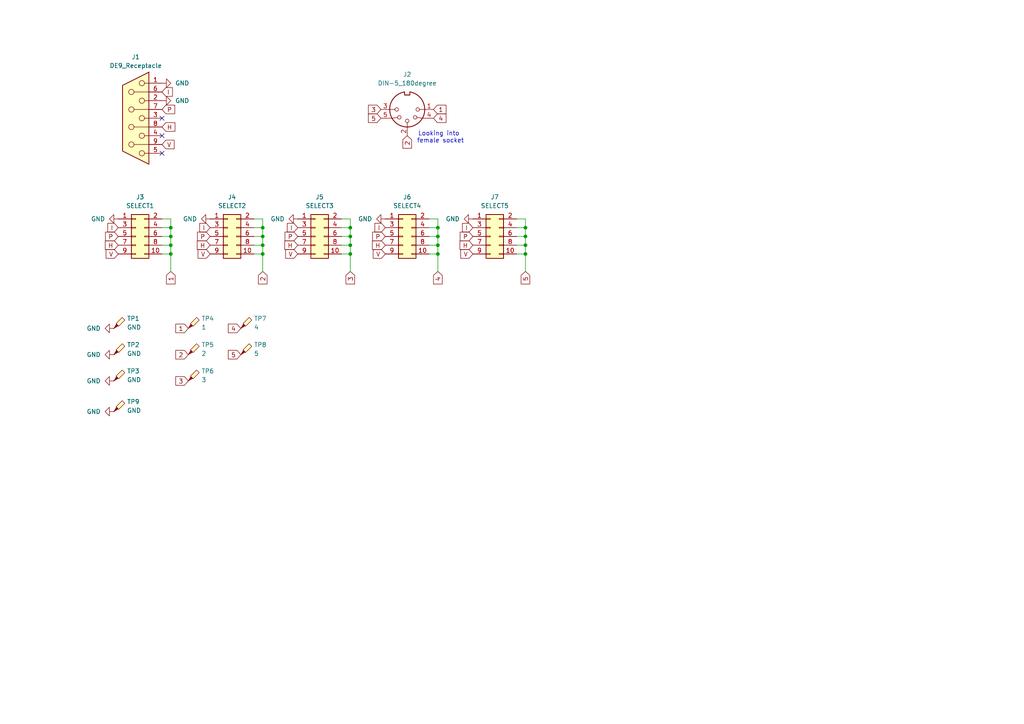
<source format=kicad_sch>
(kicad_sch
	(version 20231120)
	(generator "eeschema")
	(generator_version "8.0")
	(uuid "3e039c54-3684-479b-8ee5-171ddeb8918c")
	(paper "A4")
	(lib_symbols
		(symbol "Connector:DE9_Receptacle"
			(pin_names
				(offset 1.016) hide)
			(exclude_from_sim no)
			(in_bom yes)
			(on_board yes)
			(property "Reference" "J"
				(at 0 13.97 0)
				(effects
					(font
						(size 1.27 1.27)
					)
				)
			)
			(property "Value" "DE9_Receptacle"
				(at 0 -14.605 0)
				(effects
					(font
						(size 1.27 1.27)
					)
				)
			)
			(property "Footprint" ""
				(at 0 0 0)
				(effects
					(font
						(size 1.27 1.27)
					)
					(hide yes)
				)
			)
			(property "Datasheet" " ~"
				(at 0 0 0)
				(effects
					(font
						(size 1.27 1.27)
					)
					(hide yes)
				)
			)
			(property "Description" "9-pin female receptacle socket D-SUB connector"
				(at 0 0 0)
				(effects
					(font
						(size 1.27 1.27)
					)
					(hide yes)
				)
			)
			(property "ki_keywords" "connector receptacle female D-SUB DB9"
				(at 0 0 0)
				(effects
					(font
						(size 1.27 1.27)
					)
					(hide yes)
				)
			)
			(property "ki_fp_filters" "DSUB*Female*"
				(at 0 0 0)
				(effects
					(font
						(size 1.27 1.27)
					)
					(hide yes)
				)
			)
			(symbol "DE9_Receptacle_0_1"
				(circle
					(center -1.778 -10.16)
					(radius 0.762)
					(stroke
						(width 0)
						(type default)
					)
					(fill
						(type none)
					)
				)
				(circle
					(center -1.778 -5.08)
					(radius 0.762)
					(stroke
						(width 0)
						(type default)
					)
					(fill
						(type none)
					)
				)
				(circle
					(center -1.778 0)
					(radius 0.762)
					(stroke
						(width 0)
						(type default)
					)
					(fill
						(type none)
					)
				)
				(circle
					(center -1.778 5.08)
					(radius 0.762)
					(stroke
						(width 0)
						(type default)
					)
					(fill
						(type none)
					)
				)
				(circle
					(center -1.778 10.16)
					(radius 0.762)
					(stroke
						(width 0)
						(type default)
					)
					(fill
						(type none)
					)
				)
				(polyline
					(pts
						(xy -3.81 -10.16) (xy -2.54 -10.16)
					)
					(stroke
						(width 0)
						(type default)
					)
					(fill
						(type none)
					)
				)
				(polyline
					(pts
						(xy -3.81 -7.62) (xy 0.508 -7.62)
					)
					(stroke
						(width 0)
						(type default)
					)
					(fill
						(type none)
					)
				)
				(polyline
					(pts
						(xy -3.81 -5.08) (xy -2.54 -5.08)
					)
					(stroke
						(width 0)
						(type default)
					)
					(fill
						(type none)
					)
				)
				(polyline
					(pts
						(xy -3.81 -2.54) (xy 0.508 -2.54)
					)
					(stroke
						(width 0)
						(type default)
					)
					(fill
						(type none)
					)
				)
				(polyline
					(pts
						(xy -3.81 0) (xy -2.54 0)
					)
					(stroke
						(width 0)
						(type default)
					)
					(fill
						(type none)
					)
				)
				(polyline
					(pts
						(xy -3.81 2.54) (xy 0.508 2.54)
					)
					(stroke
						(width 0)
						(type default)
					)
					(fill
						(type none)
					)
				)
				(polyline
					(pts
						(xy -3.81 5.08) (xy -2.54 5.08)
					)
					(stroke
						(width 0)
						(type default)
					)
					(fill
						(type none)
					)
				)
				(polyline
					(pts
						(xy -3.81 7.62) (xy 0.508 7.62)
					)
					(stroke
						(width 0)
						(type default)
					)
					(fill
						(type none)
					)
				)
				(polyline
					(pts
						(xy -3.81 10.16) (xy -2.54 10.16)
					)
					(stroke
						(width 0)
						(type default)
					)
					(fill
						(type none)
					)
				)
				(polyline
					(pts
						(xy -3.81 13.335) (xy -3.81 -13.335) (xy 3.81 -9.525) (xy 3.81 9.525) (xy -3.81 13.335)
					)
					(stroke
						(width 0.254)
						(type default)
					)
					(fill
						(type background)
					)
				)
				(circle
					(center 1.27 -7.62)
					(radius 0.762)
					(stroke
						(width 0)
						(type default)
					)
					(fill
						(type none)
					)
				)
				(circle
					(center 1.27 -2.54)
					(radius 0.762)
					(stroke
						(width 0)
						(type default)
					)
					(fill
						(type none)
					)
				)
				(circle
					(center 1.27 2.54)
					(radius 0.762)
					(stroke
						(width 0)
						(type default)
					)
					(fill
						(type none)
					)
				)
				(circle
					(center 1.27 7.62)
					(radius 0.762)
					(stroke
						(width 0)
						(type default)
					)
					(fill
						(type none)
					)
				)
			)
			(symbol "DE9_Receptacle_1_1"
				(pin passive line
					(at -7.62 10.16 0)
					(length 3.81)
					(name "1"
						(effects
							(font
								(size 1.27 1.27)
							)
						)
					)
					(number "1"
						(effects
							(font
								(size 1.27 1.27)
							)
						)
					)
				)
				(pin passive line
					(at -7.62 5.08 0)
					(length 3.81)
					(name "2"
						(effects
							(font
								(size 1.27 1.27)
							)
						)
					)
					(number "2"
						(effects
							(font
								(size 1.27 1.27)
							)
						)
					)
				)
				(pin passive line
					(at -7.62 0 0)
					(length 3.81)
					(name "3"
						(effects
							(font
								(size 1.27 1.27)
							)
						)
					)
					(number "3"
						(effects
							(font
								(size 1.27 1.27)
							)
						)
					)
				)
				(pin passive line
					(at -7.62 -5.08 0)
					(length 3.81)
					(name "4"
						(effects
							(font
								(size 1.27 1.27)
							)
						)
					)
					(number "4"
						(effects
							(font
								(size 1.27 1.27)
							)
						)
					)
				)
				(pin passive line
					(at -7.62 -10.16 0)
					(length 3.81)
					(name "5"
						(effects
							(font
								(size 1.27 1.27)
							)
						)
					)
					(number "5"
						(effects
							(font
								(size 1.27 1.27)
							)
						)
					)
				)
				(pin passive line
					(at -7.62 7.62 0)
					(length 3.81)
					(name "6"
						(effects
							(font
								(size 1.27 1.27)
							)
						)
					)
					(number "6"
						(effects
							(font
								(size 1.27 1.27)
							)
						)
					)
				)
				(pin passive line
					(at -7.62 2.54 0)
					(length 3.81)
					(name "7"
						(effects
							(font
								(size 1.27 1.27)
							)
						)
					)
					(number "7"
						(effects
							(font
								(size 1.27 1.27)
							)
						)
					)
				)
				(pin passive line
					(at -7.62 -2.54 0)
					(length 3.81)
					(name "8"
						(effects
							(font
								(size 1.27 1.27)
							)
						)
					)
					(number "8"
						(effects
							(font
								(size 1.27 1.27)
							)
						)
					)
				)
				(pin passive line
					(at -7.62 -7.62 0)
					(length 3.81)
					(name "9"
						(effects
							(font
								(size 1.27 1.27)
							)
						)
					)
					(number "9"
						(effects
							(font
								(size 1.27 1.27)
							)
						)
					)
				)
			)
		)
		(symbol "Connector:DIN-5_180degree"
			(pin_names
				(offset 1.016)
			)
			(exclude_from_sim no)
			(in_bom yes)
			(on_board yes)
			(property "Reference" "J"
				(at 3.175 5.715 0)
				(effects
					(font
						(size 1.27 1.27)
					)
				)
			)
			(property "Value" "DIN-5_180degree"
				(at 0 -6.35 0)
				(effects
					(font
						(size 1.27 1.27)
					)
				)
			)
			(property "Footprint" ""
				(at 0 0 0)
				(effects
					(font
						(size 1.27 1.27)
					)
					(hide yes)
				)
			)
			(property "Datasheet" "http://www.mouser.com/ds/2/18/40_c091_abd_e-75918.pdf"
				(at 0 0 0)
				(effects
					(font
						(size 1.27 1.27)
					)
					(hide yes)
				)
			)
			(property "Description" "5-pin DIN connector (5-pin DIN-5 stereo)"
				(at 0 0 0)
				(effects
					(font
						(size 1.27 1.27)
					)
					(hide yes)
				)
			)
			(property "ki_keywords" "circular DIN connector stereo audio"
				(at 0 0 0)
				(effects
					(font
						(size 1.27 1.27)
					)
					(hide yes)
				)
			)
			(property "ki_fp_filters" "DIN*"
				(at 0 0 0)
				(effects
					(font
						(size 1.27 1.27)
					)
					(hide yes)
				)
			)
			(symbol "DIN-5_180degree_0_1"
				(arc
					(start -5.08 0)
					(mid -3.8609 -3.3364)
					(end -0.762 -5.08)
					(stroke
						(width 0.254)
						(type default)
					)
					(fill
						(type none)
					)
				)
				(circle
					(center -3.048 0)
					(radius 0.508)
					(stroke
						(width 0)
						(type default)
					)
					(fill
						(type none)
					)
				)
				(circle
					(center -2.286 2.286)
					(radius 0.508)
					(stroke
						(width 0)
						(type default)
					)
					(fill
						(type none)
					)
				)
				(polyline
					(pts
						(xy -5.08 0) (xy -3.556 0)
					)
					(stroke
						(width 0)
						(type default)
					)
					(fill
						(type none)
					)
				)
				(polyline
					(pts
						(xy 0 5.08) (xy 0 3.81)
					)
					(stroke
						(width 0)
						(type default)
					)
					(fill
						(type none)
					)
				)
				(polyline
					(pts
						(xy 5.08 0) (xy 3.556 0)
					)
					(stroke
						(width 0)
						(type default)
					)
					(fill
						(type none)
					)
				)
				(polyline
					(pts
						(xy -5.08 2.54) (xy -4.318 2.54) (xy -2.794 2.286)
					)
					(stroke
						(width 0)
						(type default)
					)
					(fill
						(type none)
					)
				)
				(polyline
					(pts
						(xy 5.08 2.54) (xy 4.318 2.54) (xy 2.794 2.286)
					)
					(stroke
						(width 0)
						(type default)
					)
					(fill
						(type none)
					)
				)
				(polyline
					(pts
						(xy -0.762 -4.953) (xy -0.762 -4.191) (xy 0.762 -4.191) (xy 0.762 -4.953)
					)
					(stroke
						(width 0.254)
						(type default)
					)
					(fill
						(type none)
					)
				)
				(circle
					(center 0 3.302)
					(radius 0.508)
					(stroke
						(width 0)
						(type default)
					)
					(fill
						(type none)
					)
				)
				(arc
					(start 0.762 -5.08)
					(mid 3.8685 -3.343)
					(end 5.08 0)
					(stroke
						(width 0.254)
						(type default)
					)
					(fill
						(type none)
					)
				)
				(circle
					(center 2.286 2.286)
					(radius 0.508)
					(stroke
						(width 0)
						(type default)
					)
					(fill
						(type none)
					)
				)
				(circle
					(center 3.048 0)
					(radius 0.508)
					(stroke
						(width 0)
						(type default)
					)
					(fill
						(type none)
					)
				)
				(arc
					(start 5.08 0)
					(mid 0 5.0579)
					(end -5.08 0)
					(stroke
						(width 0.254)
						(type default)
					)
					(fill
						(type none)
					)
				)
			)
			(symbol "DIN-5_180degree_1_1"
				(pin passive line
					(at -7.62 0 0)
					(length 2.54)
					(name "~"
						(effects
							(font
								(size 1.27 1.27)
							)
						)
					)
					(number "1"
						(effects
							(font
								(size 1.27 1.27)
							)
						)
					)
				)
				(pin passive line
					(at 0 7.62 270)
					(length 2.54)
					(name "~"
						(effects
							(font
								(size 1.27 1.27)
							)
						)
					)
					(number "2"
						(effects
							(font
								(size 1.27 1.27)
							)
						)
					)
				)
				(pin passive line
					(at 7.62 0 180)
					(length 2.54)
					(name "~"
						(effects
							(font
								(size 1.27 1.27)
							)
						)
					)
					(number "3"
						(effects
							(font
								(size 1.27 1.27)
							)
						)
					)
				)
				(pin passive line
					(at -7.62 2.54 0)
					(length 2.54)
					(name "~"
						(effects
							(font
								(size 1.27 1.27)
							)
						)
					)
					(number "4"
						(effects
							(font
								(size 1.27 1.27)
							)
						)
					)
				)
				(pin passive line
					(at 7.62 2.54 180)
					(length 2.54)
					(name "~"
						(effects
							(font
								(size 1.27 1.27)
							)
						)
					)
					(number "5"
						(effects
							(font
								(size 1.27 1.27)
							)
						)
					)
				)
			)
		)
		(symbol "Connector:TestPoint_Probe"
			(pin_numbers hide)
			(pin_names
				(offset 0.762) hide)
			(exclude_from_sim no)
			(in_bom yes)
			(on_board yes)
			(property "Reference" "TP"
				(at 1.651 5.842 0)
				(effects
					(font
						(size 1.27 1.27)
					)
				)
			)
			(property "Value" "TestPoint_Probe"
				(at 1.651 4.064 0)
				(effects
					(font
						(size 1.27 1.27)
					)
				)
			)
			(property "Footprint" ""
				(at 5.08 0 0)
				(effects
					(font
						(size 1.27 1.27)
					)
					(hide yes)
				)
			)
			(property "Datasheet" "~"
				(at 5.08 0 0)
				(effects
					(font
						(size 1.27 1.27)
					)
					(hide yes)
				)
			)
			(property "Description" "test point (alternative probe-style design)"
				(at 0 0 0)
				(effects
					(font
						(size 1.27 1.27)
					)
					(hide yes)
				)
			)
			(property "ki_keywords" "test point tp"
				(at 0 0 0)
				(effects
					(font
						(size 1.27 1.27)
					)
					(hide yes)
				)
			)
			(property "ki_fp_filters" "Pin* Test*"
				(at 0 0 0)
				(effects
					(font
						(size 1.27 1.27)
					)
					(hide yes)
				)
			)
			(symbol "TestPoint_Probe_0_1"
				(polyline
					(pts
						(xy 1.27 0.762) (xy 0 0) (xy 0.762 1.27) (xy 1.27 0.762)
					)
					(stroke
						(width 0)
						(type default)
					)
					(fill
						(type outline)
					)
				)
				(polyline
					(pts
						(xy 1.397 0.635) (xy 0.635 1.397) (xy 2.413 3.175) (xy 3.175 2.413) (xy 1.397 0.635)
					)
					(stroke
						(width 0)
						(type default)
					)
					(fill
						(type background)
					)
				)
			)
			(symbol "TestPoint_Probe_1_1"
				(pin passive line
					(at 0 0 90)
					(length 0)
					(name "1"
						(effects
							(font
								(size 1.27 1.27)
							)
						)
					)
					(number "1"
						(effects
							(font
								(size 1.27 1.27)
							)
						)
					)
				)
			)
		)
		(symbol "Connector_Generic:Conn_02x05_Odd_Even"
			(pin_names
				(offset 1.016) hide)
			(exclude_from_sim no)
			(in_bom yes)
			(on_board yes)
			(property "Reference" "J"
				(at 1.27 7.62 0)
				(effects
					(font
						(size 1.27 1.27)
					)
				)
			)
			(property "Value" "Conn_02x05_Odd_Even"
				(at 1.27 -7.62 0)
				(effects
					(font
						(size 1.27 1.27)
					)
				)
			)
			(property "Footprint" ""
				(at 0 0 0)
				(effects
					(font
						(size 1.27 1.27)
					)
					(hide yes)
				)
			)
			(property "Datasheet" "~"
				(at 0 0 0)
				(effects
					(font
						(size 1.27 1.27)
					)
					(hide yes)
				)
			)
			(property "Description" "Generic connector, double row, 02x05, odd/even pin numbering scheme (row 1 odd numbers, row 2 even numbers), script generated (kicad-library-utils/schlib/autogen/connector/)"
				(at 0 0 0)
				(effects
					(font
						(size 1.27 1.27)
					)
					(hide yes)
				)
			)
			(property "ki_keywords" "connector"
				(at 0 0 0)
				(effects
					(font
						(size 1.27 1.27)
					)
					(hide yes)
				)
			)
			(property "ki_fp_filters" "Connector*:*_2x??_*"
				(at 0 0 0)
				(effects
					(font
						(size 1.27 1.27)
					)
					(hide yes)
				)
			)
			(symbol "Conn_02x05_Odd_Even_1_1"
				(rectangle
					(start -1.27 -4.953)
					(end 0 -5.207)
					(stroke
						(width 0.1524)
						(type default)
					)
					(fill
						(type none)
					)
				)
				(rectangle
					(start -1.27 -2.413)
					(end 0 -2.667)
					(stroke
						(width 0.1524)
						(type default)
					)
					(fill
						(type none)
					)
				)
				(rectangle
					(start -1.27 0.127)
					(end 0 -0.127)
					(stroke
						(width 0.1524)
						(type default)
					)
					(fill
						(type none)
					)
				)
				(rectangle
					(start -1.27 2.667)
					(end 0 2.413)
					(stroke
						(width 0.1524)
						(type default)
					)
					(fill
						(type none)
					)
				)
				(rectangle
					(start -1.27 5.207)
					(end 0 4.953)
					(stroke
						(width 0.1524)
						(type default)
					)
					(fill
						(type none)
					)
				)
				(rectangle
					(start -1.27 6.35)
					(end 3.81 -6.35)
					(stroke
						(width 0.254)
						(type default)
					)
					(fill
						(type background)
					)
				)
				(rectangle
					(start 3.81 -4.953)
					(end 2.54 -5.207)
					(stroke
						(width 0.1524)
						(type default)
					)
					(fill
						(type none)
					)
				)
				(rectangle
					(start 3.81 -2.413)
					(end 2.54 -2.667)
					(stroke
						(width 0.1524)
						(type default)
					)
					(fill
						(type none)
					)
				)
				(rectangle
					(start 3.81 0.127)
					(end 2.54 -0.127)
					(stroke
						(width 0.1524)
						(type default)
					)
					(fill
						(type none)
					)
				)
				(rectangle
					(start 3.81 2.667)
					(end 2.54 2.413)
					(stroke
						(width 0.1524)
						(type default)
					)
					(fill
						(type none)
					)
				)
				(rectangle
					(start 3.81 5.207)
					(end 2.54 4.953)
					(stroke
						(width 0.1524)
						(type default)
					)
					(fill
						(type none)
					)
				)
				(pin passive line
					(at -5.08 5.08 0)
					(length 3.81)
					(name "Pin_1"
						(effects
							(font
								(size 1.27 1.27)
							)
						)
					)
					(number "1"
						(effects
							(font
								(size 1.27 1.27)
							)
						)
					)
				)
				(pin passive line
					(at 7.62 -5.08 180)
					(length 3.81)
					(name "Pin_10"
						(effects
							(font
								(size 1.27 1.27)
							)
						)
					)
					(number "10"
						(effects
							(font
								(size 1.27 1.27)
							)
						)
					)
				)
				(pin passive line
					(at 7.62 5.08 180)
					(length 3.81)
					(name "Pin_2"
						(effects
							(font
								(size 1.27 1.27)
							)
						)
					)
					(number "2"
						(effects
							(font
								(size 1.27 1.27)
							)
						)
					)
				)
				(pin passive line
					(at -5.08 2.54 0)
					(length 3.81)
					(name "Pin_3"
						(effects
							(font
								(size 1.27 1.27)
							)
						)
					)
					(number "3"
						(effects
							(font
								(size 1.27 1.27)
							)
						)
					)
				)
				(pin passive line
					(at 7.62 2.54 180)
					(length 3.81)
					(name "Pin_4"
						(effects
							(font
								(size 1.27 1.27)
							)
						)
					)
					(number "4"
						(effects
							(font
								(size 1.27 1.27)
							)
						)
					)
				)
				(pin passive line
					(at -5.08 0 0)
					(length 3.81)
					(name "Pin_5"
						(effects
							(font
								(size 1.27 1.27)
							)
						)
					)
					(number "5"
						(effects
							(font
								(size 1.27 1.27)
							)
						)
					)
				)
				(pin passive line
					(at 7.62 0 180)
					(length 3.81)
					(name "Pin_6"
						(effects
							(font
								(size 1.27 1.27)
							)
						)
					)
					(number "6"
						(effects
							(font
								(size 1.27 1.27)
							)
						)
					)
				)
				(pin passive line
					(at -5.08 -2.54 0)
					(length 3.81)
					(name "Pin_7"
						(effects
							(font
								(size 1.27 1.27)
							)
						)
					)
					(number "7"
						(effects
							(font
								(size 1.27 1.27)
							)
						)
					)
				)
				(pin passive line
					(at 7.62 -2.54 180)
					(length 3.81)
					(name "Pin_8"
						(effects
							(font
								(size 1.27 1.27)
							)
						)
					)
					(number "8"
						(effects
							(font
								(size 1.27 1.27)
							)
						)
					)
				)
				(pin passive line
					(at -5.08 -5.08 0)
					(length 3.81)
					(name "Pin_9"
						(effects
							(font
								(size 1.27 1.27)
							)
						)
					)
					(number "9"
						(effects
							(font
								(size 1.27 1.27)
							)
						)
					)
				)
			)
		)
		(symbol "power:GND"
			(power)
			(pin_numbers hide)
			(pin_names
				(offset 0) hide)
			(exclude_from_sim no)
			(in_bom yes)
			(on_board yes)
			(property "Reference" "#PWR"
				(at 0 -6.35 0)
				(effects
					(font
						(size 1.27 1.27)
					)
					(hide yes)
				)
			)
			(property "Value" "GND"
				(at 0 -3.81 0)
				(effects
					(font
						(size 1.27 1.27)
					)
				)
			)
			(property "Footprint" ""
				(at 0 0 0)
				(effects
					(font
						(size 1.27 1.27)
					)
					(hide yes)
				)
			)
			(property "Datasheet" ""
				(at 0 0 0)
				(effects
					(font
						(size 1.27 1.27)
					)
					(hide yes)
				)
			)
			(property "Description" "Power symbol creates a global label with name \"GND\" , ground"
				(at 0 0 0)
				(effects
					(font
						(size 1.27 1.27)
					)
					(hide yes)
				)
			)
			(property "ki_keywords" "global power"
				(at 0 0 0)
				(effects
					(font
						(size 1.27 1.27)
					)
					(hide yes)
				)
			)
			(symbol "GND_0_1"
				(polyline
					(pts
						(xy 0 0) (xy 0 -1.27) (xy 1.27 -1.27) (xy 0 -2.54) (xy -1.27 -1.27) (xy 0 -1.27)
					)
					(stroke
						(width 0)
						(type default)
					)
					(fill
						(type none)
					)
				)
			)
			(symbol "GND_1_1"
				(pin power_in line
					(at 0 0 270)
					(length 0)
					(name "~"
						(effects
							(font
								(size 1.27 1.27)
							)
						)
					)
					(number "1"
						(effects
							(font
								(size 1.27 1.27)
							)
						)
					)
				)
			)
		)
	)
	(junction
		(at 101.6 66.04)
		(diameter 0)
		(color 0 0 0 0)
		(uuid "03f52727-fb47-4fad-99f3-867cbf163595")
	)
	(junction
		(at 76.2 73.66)
		(diameter 0)
		(color 0 0 0 0)
		(uuid "04822c4b-6e05-4cf7-bcef-001754d56df7")
	)
	(junction
		(at 152.4 73.66)
		(diameter 0)
		(color 0 0 0 0)
		(uuid "0ed6cfc7-87cd-4060-9660-48f68ee6c4cc")
	)
	(junction
		(at 152.4 68.58)
		(diameter 0)
		(color 0 0 0 0)
		(uuid "1939c52c-1f14-478a-bdc5-6284d7666632")
	)
	(junction
		(at 76.2 71.12)
		(diameter 0)
		(color 0 0 0 0)
		(uuid "2dc5d587-790f-4927-8289-4b46e7cda0d6")
	)
	(junction
		(at 101.6 71.12)
		(diameter 0)
		(color 0 0 0 0)
		(uuid "35027612-a39f-4763-88a8-cf8320ce78ad")
	)
	(junction
		(at 49.53 71.12)
		(diameter 0)
		(color 0 0 0 0)
		(uuid "55dc3e95-5b19-4f51-8613-83bfa0e4235e")
	)
	(junction
		(at 127 66.04)
		(diameter 0)
		(color 0 0 0 0)
		(uuid "7eecfef3-ad9a-49ee-8fa2-7e9ffbbd3080")
	)
	(junction
		(at 49.53 73.66)
		(diameter 0)
		(color 0 0 0 0)
		(uuid "91f4a306-ef4a-4131-bc99-51983883cbed")
	)
	(junction
		(at 101.6 68.58)
		(diameter 0)
		(color 0 0 0 0)
		(uuid "93b80ce9-7206-4e73-afa9-e8442bb14440")
	)
	(junction
		(at 152.4 66.04)
		(diameter 0)
		(color 0 0 0 0)
		(uuid "a0ddc6d4-fee3-412e-ae1a-79ff43614e2a")
	)
	(junction
		(at 127 73.66)
		(diameter 0)
		(color 0 0 0 0)
		(uuid "aa63b5d0-04d6-4008-ba80-42ebced2d5dc")
	)
	(junction
		(at 76.2 68.58)
		(diameter 0)
		(color 0 0 0 0)
		(uuid "aef13e94-75db-4f4a-b0fb-57f9b5e1dfff")
	)
	(junction
		(at 49.53 68.58)
		(diameter 0)
		(color 0 0 0 0)
		(uuid "c4387029-af3a-4897-85f2-0eba7558a30d")
	)
	(junction
		(at 101.6 73.66)
		(diameter 0)
		(color 0 0 0 0)
		(uuid "caed52ba-1b3a-44cf-957e-d5939e79ed80")
	)
	(junction
		(at 76.2 66.04)
		(diameter 0)
		(color 0 0 0 0)
		(uuid "cd2f21d8-5dce-414b-9def-04cf50164e7b")
	)
	(junction
		(at 152.4 71.12)
		(diameter 0)
		(color 0 0 0 0)
		(uuid "d0023200-b2f2-4c3c-85bc-f7780e47e5bc")
	)
	(junction
		(at 127 68.58)
		(diameter 0)
		(color 0 0 0 0)
		(uuid "e32c8980-6b39-4e34-95e8-c2efafd9e45c")
	)
	(junction
		(at 49.53 66.04)
		(diameter 0)
		(color 0 0 0 0)
		(uuid "e47ea8d7-1681-43e6-aae3-4687fb8bdbd0")
	)
	(junction
		(at 127 71.12)
		(diameter 0)
		(color 0 0 0 0)
		(uuid "e634e4df-76b2-4f06-a961-93014c81351a")
	)
	(no_connect
		(at 46.99 44.45)
		(uuid "2889f73b-01ff-4e98-8174-6dae91278f98")
	)
	(no_connect
		(at 46.99 34.29)
		(uuid "a772193f-013b-41be-bb50-51b22225d5f6")
	)
	(no_connect
		(at 46.99 39.37)
		(uuid "c25ed169-6c5a-4511-8521-996d72864b15")
	)
	(wire
		(pts
			(xy 49.53 66.04) (xy 49.53 68.58)
		)
		(stroke
			(width 0)
			(type default)
		)
		(uuid "05dc53a6-9d01-49df-9298-8eb48bdae44b")
	)
	(wire
		(pts
			(xy 46.99 73.66) (xy 49.53 73.66)
		)
		(stroke
			(width 0)
			(type default)
		)
		(uuid "06246c45-e064-441f-968e-3488f4e3e8b8")
	)
	(wire
		(pts
			(xy 99.06 71.12) (xy 101.6 71.12)
		)
		(stroke
			(width 0)
			(type default)
		)
		(uuid "0aff9aff-59e6-4600-a846-2a197d790f62")
	)
	(wire
		(pts
			(xy 73.66 71.12) (xy 76.2 71.12)
		)
		(stroke
			(width 0)
			(type default)
		)
		(uuid "0dddaa72-4611-4ac2-8ac6-eff7891a4c8b")
	)
	(wire
		(pts
			(xy 101.6 68.58) (xy 101.6 71.12)
		)
		(stroke
			(width 0)
			(type default)
		)
		(uuid "193692a4-238b-40e8-9cf9-f73bcdf2d095")
	)
	(wire
		(pts
			(xy 149.86 71.12) (xy 152.4 71.12)
		)
		(stroke
			(width 0)
			(type default)
		)
		(uuid "2c105b81-86ac-4782-b531-3a39fb289c96")
	)
	(wire
		(pts
			(xy 76.2 66.04) (xy 76.2 68.58)
		)
		(stroke
			(width 0)
			(type default)
		)
		(uuid "2dd86542-d5bd-4b89-9403-723693913fe3")
	)
	(wire
		(pts
			(xy 152.4 68.58) (xy 152.4 71.12)
		)
		(stroke
			(width 0)
			(type default)
		)
		(uuid "33189030-acfc-4c69-b032-e0b59d337eff")
	)
	(wire
		(pts
			(xy 49.53 63.5) (xy 49.53 66.04)
		)
		(stroke
			(width 0)
			(type default)
		)
		(uuid "386c3fbd-931e-46e2-955f-805c4fa1a538")
	)
	(wire
		(pts
			(xy 127 63.5) (xy 127 66.04)
		)
		(stroke
			(width 0)
			(type default)
		)
		(uuid "40268963-3091-4e0e-9f32-126592b580e1")
	)
	(wire
		(pts
			(xy 124.46 68.58) (xy 127 68.58)
		)
		(stroke
			(width 0)
			(type default)
		)
		(uuid "43aa8bf9-0aff-4d1e-b10f-1b9b64cc14bc")
	)
	(wire
		(pts
			(xy 149.86 63.5) (xy 152.4 63.5)
		)
		(stroke
			(width 0)
			(type default)
		)
		(uuid "474fa00c-b8eb-4a9c-8c6e-14e2ecb1bf91")
	)
	(wire
		(pts
			(xy 99.06 63.5) (xy 101.6 63.5)
		)
		(stroke
			(width 0)
			(type default)
		)
		(uuid "5203bb13-0125-439e-9921-99965ed47bda")
	)
	(wire
		(pts
			(xy 124.46 73.66) (xy 127 73.66)
		)
		(stroke
			(width 0)
			(type default)
		)
		(uuid "54652907-56f6-41b0-9dfe-0826130662b7")
	)
	(wire
		(pts
			(xy 76.2 68.58) (xy 76.2 71.12)
		)
		(stroke
			(width 0)
			(type default)
		)
		(uuid "54ad79b5-a8c1-480e-a764-3a894d397130")
	)
	(wire
		(pts
			(xy 101.6 73.66) (xy 101.6 78.74)
		)
		(stroke
			(width 0)
			(type default)
		)
		(uuid "598c9235-d47f-49ca-8ccc-72f6fcd10140")
	)
	(wire
		(pts
			(xy 127 66.04) (xy 127 68.58)
		)
		(stroke
			(width 0)
			(type default)
		)
		(uuid "5c9f7319-e18e-4533-93c2-137498f90445")
	)
	(wire
		(pts
			(xy 46.99 63.5) (xy 49.53 63.5)
		)
		(stroke
			(width 0)
			(type default)
		)
		(uuid "5cf2fa5a-d747-4d4d-8984-cf2f31092864")
	)
	(wire
		(pts
			(xy 76.2 63.5) (xy 76.2 66.04)
		)
		(stroke
			(width 0)
			(type default)
		)
		(uuid "6128fee5-a32a-4fa9-a283-871b4f93f8dc")
	)
	(wire
		(pts
			(xy 101.6 63.5) (xy 101.6 66.04)
		)
		(stroke
			(width 0)
			(type default)
		)
		(uuid "67fb69d1-9e8e-4484-a650-dbb7f79cc57c")
	)
	(wire
		(pts
			(xy 99.06 73.66) (xy 101.6 73.66)
		)
		(stroke
			(width 0)
			(type default)
		)
		(uuid "69508235-fa3c-4d4c-a77d-ff5bbb72d636")
	)
	(wire
		(pts
			(xy 124.46 63.5) (xy 127 63.5)
		)
		(stroke
			(width 0)
			(type default)
		)
		(uuid "6a18c9ec-5f39-4eb5-b6f1-283919cd0320")
	)
	(wire
		(pts
			(xy 73.66 73.66) (xy 76.2 73.66)
		)
		(stroke
			(width 0)
			(type default)
		)
		(uuid "71913289-edfd-42da-a3aa-f9b9f072e28a")
	)
	(wire
		(pts
			(xy 76.2 71.12) (xy 76.2 73.66)
		)
		(stroke
			(width 0)
			(type default)
		)
		(uuid "75761b9f-2e6c-4df9-938b-8e0df49e6009")
	)
	(wire
		(pts
			(xy 152.4 71.12) (xy 152.4 73.66)
		)
		(stroke
			(width 0)
			(type default)
		)
		(uuid "763bd205-80ce-4408-8009-fa7ceb354c8c")
	)
	(wire
		(pts
			(xy 46.99 71.12) (xy 49.53 71.12)
		)
		(stroke
			(width 0)
			(type default)
		)
		(uuid "7a048b91-0c9b-4068-9a50-0844322f2e76")
	)
	(wire
		(pts
			(xy 76.2 73.66) (xy 76.2 78.74)
		)
		(stroke
			(width 0)
			(type default)
		)
		(uuid "7c3a9b53-e4a3-41fc-86c9-a7799cd9439a")
	)
	(wire
		(pts
			(xy 46.99 68.58) (xy 49.53 68.58)
		)
		(stroke
			(width 0)
			(type default)
		)
		(uuid "8316bd04-68a9-4a84-b48f-effa1442abc2")
	)
	(wire
		(pts
			(xy 73.66 68.58) (xy 76.2 68.58)
		)
		(stroke
			(width 0)
			(type default)
		)
		(uuid "83a3b7bb-7125-4f5f-badc-fa6ee810ac54")
	)
	(wire
		(pts
			(xy 124.46 66.04) (xy 127 66.04)
		)
		(stroke
			(width 0)
			(type default)
		)
		(uuid "8729a16e-090f-4349-9473-4fe2bc10431f")
	)
	(wire
		(pts
			(xy 49.53 68.58) (xy 49.53 71.12)
		)
		(stroke
			(width 0)
			(type default)
		)
		(uuid "93fcb6b8-6093-49f7-81c9-eff67ef7d7f5")
	)
	(wire
		(pts
			(xy 152.4 73.66) (xy 152.4 78.74)
		)
		(stroke
			(width 0)
			(type default)
		)
		(uuid "9cddc99e-c6bc-4251-bb87-cb44f64e47e0")
	)
	(wire
		(pts
			(xy 99.06 68.58) (xy 101.6 68.58)
		)
		(stroke
			(width 0)
			(type default)
		)
		(uuid "a21c8735-8083-40e2-a726-cbedb07c98a0")
	)
	(wire
		(pts
			(xy 49.53 73.66) (xy 49.53 78.74)
		)
		(stroke
			(width 0)
			(type default)
		)
		(uuid "a54d51f0-770f-4c2a-8406-edc60d07c0b4")
	)
	(wire
		(pts
			(xy 99.06 66.04) (xy 101.6 66.04)
		)
		(stroke
			(width 0)
			(type default)
		)
		(uuid "ade2e47b-1662-49f9-91fd-4d12aa147dc9")
	)
	(wire
		(pts
			(xy 127 73.66) (xy 127 78.74)
		)
		(stroke
			(width 0)
			(type default)
		)
		(uuid "b20e395e-c052-4270-9847-44ad69d63cf0")
	)
	(wire
		(pts
			(xy 152.4 66.04) (xy 152.4 68.58)
		)
		(stroke
			(width 0)
			(type default)
		)
		(uuid "ba6ce955-a2ca-464d-a8c9-5782975ce3a7")
	)
	(wire
		(pts
			(xy 101.6 66.04) (xy 101.6 68.58)
		)
		(stroke
			(width 0)
			(type default)
		)
		(uuid "c793dcd3-35d6-4666-a7b3-ce45c37032b8")
	)
	(wire
		(pts
			(xy 152.4 63.5) (xy 152.4 66.04)
		)
		(stroke
			(width 0)
			(type default)
		)
		(uuid "cce644ff-7cf9-46fb-a6d2-a90aed8df36c")
	)
	(wire
		(pts
			(xy 127 68.58) (xy 127 71.12)
		)
		(stroke
			(width 0)
			(type default)
		)
		(uuid "d0cdea21-f72b-4a5b-a88a-50fa69a5bbed")
	)
	(wire
		(pts
			(xy 149.86 68.58) (xy 152.4 68.58)
		)
		(stroke
			(width 0)
			(type default)
		)
		(uuid "ddf1ee9f-35d6-46a5-b3d4-34241a280ee8")
	)
	(wire
		(pts
			(xy 49.53 71.12) (xy 49.53 73.66)
		)
		(stroke
			(width 0)
			(type default)
		)
		(uuid "df1c8f3e-59b2-4568-a5ec-47a635836458")
	)
	(wire
		(pts
			(xy 73.66 63.5) (xy 76.2 63.5)
		)
		(stroke
			(width 0)
			(type default)
		)
		(uuid "e5625afe-fa6f-41c8-aace-632b9038ed67")
	)
	(wire
		(pts
			(xy 127 71.12) (xy 127 73.66)
		)
		(stroke
			(width 0)
			(type default)
		)
		(uuid "eb9c8065-347c-4d37-b285-c4909c7ad1df")
	)
	(wire
		(pts
			(xy 124.46 71.12) (xy 127 71.12)
		)
		(stroke
			(width 0)
			(type default)
		)
		(uuid "ebb6f760-7386-47d3-ab0e-10f0f4b63ef8")
	)
	(wire
		(pts
			(xy 149.86 66.04) (xy 152.4 66.04)
		)
		(stroke
			(width 0)
			(type default)
		)
		(uuid "ec05b476-d0d8-40a0-a437-dcf21ab919c6")
	)
	(wire
		(pts
			(xy 46.99 66.04) (xy 49.53 66.04)
		)
		(stroke
			(width 0)
			(type default)
		)
		(uuid "f385c21d-1ea6-4913-afd4-d721e38f4a4a")
	)
	(wire
		(pts
			(xy 101.6 71.12) (xy 101.6 73.66)
		)
		(stroke
			(width 0)
			(type default)
		)
		(uuid "f3cb0026-6ef4-4665-8057-5e973a8a6f6f")
	)
	(wire
		(pts
			(xy 149.86 73.66) (xy 152.4 73.66)
		)
		(stroke
			(width 0)
			(type default)
		)
		(uuid "fbc74cd7-c1df-45eb-a184-83dfb5de9455")
	)
	(wire
		(pts
			(xy 73.66 66.04) (xy 76.2 66.04)
		)
		(stroke
			(width 0)
			(type default)
		)
		(uuid "fe6ff14a-1d4b-405c-84e7-100ce35debff")
	)
	(text "Looking into \nfemale socket"
		(exclude_from_sim no)
		(at 127.762 39.878 0)
		(effects
			(font
				(size 1.27 1.27)
			)
		)
		(uuid "f49a76f1-ce60-47e5-8712-cc9b59addca7")
	)
	(global_label "I"
		(shape input)
		(at 137.16 66.04 180)
		(fields_autoplaced yes)
		(effects
			(font
				(size 1.27 1.27)
			)
			(justify right)
		)
		(uuid "0b69ae99-6ac8-4a7e-9680-6c963b65993d")
		(property "Intersheetrefs" "${INTERSHEET_REFS}"
			(at 133.57 66.04 0)
			(effects
				(font
					(size 1.27 1.27)
				)
				(justify right)
				(hide yes)
			)
		)
	)
	(global_label "5"
		(shape input)
		(at 69.85 102.87 180)
		(fields_autoplaced yes)
		(effects
			(font
				(size 1.27 1.27)
			)
			(justify right)
		)
		(uuid "0e326070-1c96-44cf-b534-b9c97582dd47")
		(property "Intersheetrefs" "${INTERSHEET_REFS}"
			(at 65.6553 102.87 0)
			(effects
				(font
					(size 1.27 1.27)
				)
				(justify right)
				(hide yes)
			)
		)
	)
	(global_label "I"
		(shape input)
		(at 46.99 26.67 0)
		(fields_autoplaced yes)
		(effects
			(font
				(size 1.27 1.27)
			)
			(justify left)
		)
		(uuid "13777b80-a2ea-4f30-acb2-34e216962579")
		(property "Intersheetrefs" "${INTERSHEET_REFS}"
			(at 50.58 26.67 0)
			(effects
				(font
					(size 1.27 1.27)
				)
				(justify left)
				(hide yes)
			)
		)
	)
	(global_label "3"
		(shape input)
		(at 101.6 78.74 270)
		(fields_autoplaced yes)
		(effects
			(font
				(size 1.27 1.27)
			)
			(justify right)
		)
		(uuid "184ca57e-f037-42bb-aa62-69800e920161")
		(property "Intersheetrefs" "${INTERSHEET_REFS}"
			(at 101.6 82.9347 90)
			(effects
				(font
					(size 1.27 1.27)
				)
				(justify right)
				(hide yes)
			)
		)
	)
	(global_label "I"
		(shape input)
		(at 111.76 66.04 180)
		(fields_autoplaced yes)
		(effects
			(font
				(size 1.27 1.27)
			)
			(justify right)
		)
		(uuid "1a705a94-001b-479d-b71e-0ce5aebf39ec")
		(property "Intersheetrefs" "${INTERSHEET_REFS}"
			(at 108.17 66.04 0)
			(effects
				(font
					(size 1.27 1.27)
				)
				(justify right)
				(hide yes)
			)
		)
	)
	(global_label "H"
		(shape input)
		(at 34.29 71.12 180)
		(fields_autoplaced yes)
		(effects
			(font
				(size 1.27 1.27)
			)
			(justify right)
		)
		(uuid "25ce3422-a942-44e4-8346-739ac1620ef2")
		(property "Intersheetrefs" "${INTERSHEET_REFS}"
			(at 29.9743 71.12 0)
			(effects
				(font
					(size 1.27 1.27)
				)
				(justify right)
				(hide yes)
			)
		)
	)
	(global_label "H"
		(shape input)
		(at 137.16 71.12 180)
		(fields_autoplaced yes)
		(effects
			(font
				(size 1.27 1.27)
			)
			(justify right)
		)
		(uuid "27859a8e-edd8-4bb4-85bd-454fb7bf2061")
		(property "Intersheetrefs" "${INTERSHEET_REFS}"
			(at 132.8443 71.12 0)
			(effects
				(font
					(size 1.27 1.27)
				)
				(justify right)
				(hide yes)
			)
		)
	)
	(global_label "1"
		(shape input)
		(at 54.61 95.25 180)
		(fields_autoplaced yes)
		(effects
			(font
				(size 1.27 1.27)
			)
			(justify right)
		)
		(uuid "34f89ecd-095e-40d0-9588-b6c0f6d9f780")
		(property "Intersheetrefs" "${INTERSHEET_REFS}"
			(at 50.4153 95.25 0)
			(effects
				(font
					(size 1.27 1.27)
				)
				(justify right)
				(hide yes)
			)
		)
	)
	(global_label "3"
		(shape input)
		(at 110.49 31.75 180)
		(fields_autoplaced yes)
		(effects
			(font
				(size 1.27 1.27)
			)
			(justify right)
		)
		(uuid "3c2a1e9a-d9b8-4117-a0e5-880641ad76af")
		(property "Intersheetrefs" "${INTERSHEET_REFS}"
			(at 106.2953 31.75 0)
			(effects
				(font
					(size 1.27 1.27)
				)
				(justify right)
				(hide yes)
			)
		)
	)
	(global_label "H"
		(shape input)
		(at 86.36 71.12 180)
		(fields_autoplaced yes)
		(effects
			(font
				(size 1.27 1.27)
			)
			(justify right)
		)
		(uuid "451e5a34-f0bb-404b-9e15-7211392cb845")
		(property "Intersheetrefs" "${INTERSHEET_REFS}"
			(at 82.0443 71.12 0)
			(effects
				(font
					(size 1.27 1.27)
				)
				(justify right)
				(hide yes)
			)
		)
	)
	(global_label "H"
		(shape input)
		(at 46.99 36.83 0)
		(fields_autoplaced yes)
		(effects
			(font
				(size 1.27 1.27)
			)
			(justify left)
		)
		(uuid "4e5c092c-51fb-4d75-bf03-c111995078de")
		(property "Intersheetrefs" "${INTERSHEET_REFS}"
			(at 51.3057 36.83 0)
			(effects
				(font
					(size 1.27 1.27)
				)
				(justify left)
				(hide yes)
			)
		)
	)
	(global_label "P"
		(shape input)
		(at 46.99 31.75 0)
		(fields_autoplaced yes)
		(effects
			(font
				(size 1.27 1.27)
			)
			(justify left)
		)
		(uuid "584d7c62-1ef0-4022-8ea7-9fac36eab2c4")
		(property "Intersheetrefs" "${INTERSHEET_REFS}"
			(at 51.2452 31.75 0)
			(effects
				(font
					(size 1.27 1.27)
				)
				(justify left)
				(hide yes)
			)
		)
	)
	(global_label "4"
		(shape input)
		(at 127 78.74 270)
		(fields_autoplaced yes)
		(effects
			(font
				(size 1.27 1.27)
			)
			(justify right)
		)
		(uuid "5d5ef352-4666-4db3-a115-9a26a0e0eb81")
		(property "Intersheetrefs" "${INTERSHEET_REFS}"
			(at 127 82.9347 90)
			(effects
				(font
					(size 1.27 1.27)
				)
				(justify right)
				(hide yes)
			)
		)
	)
	(global_label "4"
		(shape input)
		(at 69.85 95.25 180)
		(fields_autoplaced yes)
		(effects
			(font
				(size 1.27 1.27)
			)
			(justify right)
		)
		(uuid "717cc4c5-3b56-4364-93c6-2266e3337873")
		(property "Intersheetrefs" "${INTERSHEET_REFS}"
			(at 65.6553 95.25 0)
			(effects
				(font
					(size 1.27 1.27)
				)
				(justify right)
				(hide yes)
			)
		)
	)
	(global_label "P"
		(shape input)
		(at 137.16 68.58 180)
		(fields_autoplaced yes)
		(effects
			(font
				(size 1.27 1.27)
			)
			(justify right)
		)
		(uuid "724c82b2-10e9-4ac4-bb5b-e38b0e1b5935")
		(property "Intersheetrefs" "${INTERSHEET_REFS}"
			(at 132.9048 68.58 0)
			(effects
				(font
					(size 1.27 1.27)
				)
				(justify right)
				(hide yes)
			)
		)
	)
	(global_label "P"
		(shape input)
		(at 34.29 68.58 180)
		(fields_autoplaced yes)
		(effects
			(font
				(size 1.27 1.27)
			)
			(justify right)
		)
		(uuid "7f0fb610-4ba0-432e-a6e8-4a0e83cc0db1")
		(property "Intersheetrefs" "${INTERSHEET_REFS}"
			(at 30.0348 68.58 0)
			(effects
				(font
					(size 1.27 1.27)
				)
				(justify right)
				(hide yes)
			)
		)
	)
	(global_label "1"
		(shape input)
		(at 125.73 31.75 0)
		(fields_autoplaced yes)
		(effects
			(font
				(size 1.27 1.27)
			)
			(justify left)
		)
		(uuid "84faa46d-ab3b-4a24-840d-45acd845b9d4")
		(property "Intersheetrefs" "${INTERSHEET_REFS}"
			(at 129.9247 31.75 0)
			(effects
				(font
					(size 1.27 1.27)
				)
				(justify left)
				(hide yes)
			)
		)
	)
	(global_label "2"
		(shape input)
		(at 76.2 78.74 270)
		(fields_autoplaced yes)
		(effects
			(font
				(size 1.27 1.27)
			)
			(justify right)
		)
		(uuid "85eacc4d-503d-4c2c-acb8-ca155dc798c4")
		(property "Intersheetrefs" "${INTERSHEET_REFS}"
			(at 76.2 82.9347 90)
			(effects
				(font
					(size 1.27 1.27)
				)
				(justify right)
				(hide yes)
			)
		)
	)
	(global_label "H"
		(shape input)
		(at 60.96 71.12 180)
		(fields_autoplaced yes)
		(effects
			(font
				(size 1.27 1.27)
			)
			(justify right)
		)
		(uuid "890c49cf-0653-4c03-8628-23af6b75fe56")
		(property "Intersheetrefs" "${INTERSHEET_REFS}"
			(at 56.6443 71.12 0)
			(effects
				(font
					(size 1.27 1.27)
				)
				(justify right)
				(hide yes)
			)
		)
	)
	(global_label "4"
		(shape input)
		(at 125.73 34.29 0)
		(fields_autoplaced yes)
		(effects
			(font
				(size 1.27 1.27)
			)
			(justify left)
		)
		(uuid "8d656a34-2995-4cc3-a8d3-66bc596fb739")
		(property "Intersheetrefs" "${INTERSHEET_REFS}"
			(at 129.9247 34.29 0)
			(effects
				(font
					(size 1.27 1.27)
				)
				(justify left)
				(hide yes)
			)
		)
	)
	(global_label "2"
		(shape input)
		(at 118.11 39.37 270)
		(fields_autoplaced yes)
		(effects
			(font
				(size 1.27 1.27)
			)
			(justify right)
		)
		(uuid "969b54cd-689c-4881-8b20-de0792982a16")
		(property "Intersheetrefs" "${INTERSHEET_REFS}"
			(at 118.11 43.5647 90)
			(effects
				(font
					(size 1.27 1.27)
				)
				(justify right)
				(hide yes)
			)
		)
	)
	(global_label "1"
		(shape input)
		(at 49.53 78.74 270)
		(fields_autoplaced yes)
		(effects
			(font
				(size 1.27 1.27)
			)
			(justify right)
		)
		(uuid "989bdba9-8ef3-4b78-8be4-ed63238a962e")
		(property "Intersheetrefs" "${INTERSHEET_REFS}"
			(at 49.53 82.9347 90)
			(effects
				(font
					(size 1.27 1.27)
				)
				(justify right)
				(hide yes)
			)
		)
	)
	(global_label "V"
		(shape input)
		(at 137.16 73.66 180)
		(fields_autoplaced yes)
		(effects
			(font
				(size 1.27 1.27)
			)
			(justify right)
		)
		(uuid "a44c1f2b-7362-4df6-af82-afd5b64026ca")
		(property "Intersheetrefs" "${INTERSHEET_REFS}"
			(at 133.0862 73.66 0)
			(effects
				(font
					(size 1.27 1.27)
				)
				(justify right)
				(hide yes)
			)
		)
	)
	(global_label "2"
		(shape input)
		(at 54.61 102.87 180)
		(fields_autoplaced yes)
		(effects
			(font
				(size 1.27 1.27)
			)
			(justify right)
		)
		(uuid "a87baa06-e7e4-4611-b8ad-f916670ab579")
		(property "Intersheetrefs" "${INTERSHEET_REFS}"
			(at 50.4153 102.87 0)
			(effects
				(font
					(size 1.27 1.27)
				)
				(justify right)
				(hide yes)
			)
		)
	)
	(global_label "V"
		(shape input)
		(at 46.99 41.91 0)
		(fields_autoplaced yes)
		(effects
			(font
				(size 1.27 1.27)
			)
			(justify left)
		)
		(uuid "ac75c8f4-c5ad-416a-b96a-e844501d358a")
		(property "Intersheetrefs" "${INTERSHEET_REFS}"
			(at 51.0638 41.91 0)
			(effects
				(font
					(size 1.27 1.27)
				)
				(justify left)
				(hide yes)
			)
		)
	)
	(global_label "V"
		(shape input)
		(at 34.29 73.66 180)
		(fields_autoplaced yes)
		(effects
			(font
				(size 1.27 1.27)
			)
			(justify right)
		)
		(uuid "af37d8ee-be32-4a4c-bac2-2c6430a0f256")
		(property "Intersheetrefs" "${INTERSHEET_REFS}"
			(at 30.2162 73.66 0)
			(effects
				(font
					(size 1.27 1.27)
				)
				(justify right)
				(hide yes)
			)
		)
	)
	(global_label "V"
		(shape input)
		(at 60.96 73.66 180)
		(fields_autoplaced yes)
		(effects
			(font
				(size 1.27 1.27)
			)
			(justify right)
		)
		(uuid "af5da667-8790-48f8-afe8-547eda5b90d8")
		(property "Intersheetrefs" "${INTERSHEET_REFS}"
			(at 56.8862 73.66 0)
			(effects
				(font
					(size 1.27 1.27)
				)
				(justify right)
				(hide yes)
			)
		)
	)
	(global_label "3"
		(shape input)
		(at 54.61 110.49 180)
		(fields_autoplaced yes)
		(effects
			(font
				(size 1.27 1.27)
			)
			(justify right)
		)
		(uuid "bda6ed98-0d0d-4683-ada5-dc2e17e8d92a")
		(property "Intersheetrefs" "${INTERSHEET_REFS}"
			(at 50.4153 110.49 0)
			(effects
				(font
					(size 1.27 1.27)
				)
				(justify right)
				(hide yes)
			)
		)
	)
	(global_label "V"
		(shape input)
		(at 86.36 73.66 180)
		(fields_autoplaced yes)
		(effects
			(font
				(size 1.27 1.27)
			)
			(justify right)
		)
		(uuid "bdfdab89-fd9d-4d14-9be0-fa8ac24bda9a")
		(property "Intersheetrefs" "${INTERSHEET_REFS}"
			(at 82.2862 73.66 0)
			(effects
				(font
					(size 1.27 1.27)
				)
				(justify right)
				(hide yes)
			)
		)
	)
	(global_label "I"
		(shape input)
		(at 60.96 66.04 180)
		(fields_autoplaced yes)
		(effects
			(font
				(size 1.27 1.27)
			)
			(justify right)
		)
		(uuid "bed1d9e6-4e09-4c17-9c43-563bb6457b0b")
		(property "Intersheetrefs" "${INTERSHEET_REFS}"
			(at 57.37 66.04 0)
			(effects
				(font
					(size 1.27 1.27)
				)
				(justify right)
				(hide yes)
			)
		)
	)
	(global_label "I"
		(shape input)
		(at 86.36 66.04 180)
		(fields_autoplaced yes)
		(effects
			(font
				(size 1.27 1.27)
			)
			(justify right)
		)
		(uuid "c8d578da-d088-48b1-850d-e7181694c7c0")
		(property "Intersheetrefs" "${INTERSHEET_REFS}"
			(at 82.77 66.04 0)
			(effects
				(font
					(size 1.27 1.27)
				)
				(justify right)
				(hide yes)
			)
		)
	)
	(global_label "P"
		(shape input)
		(at 111.76 68.58 180)
		(fields_autoplaced yes)
		(effects
			(font
				(size 1.27 1.27)
			)
			(justify right)
		)
		(uuid "c962feb2-03d2-4c29-af2d-a7c0540a7751")
		(property "Intersheetrefs" "${INTERSHEET_REFS}"
			(at 107.5048 68.58 0)
			(effects
				(font
					(size 1.27 1.27)
				)
				(justify right)
				(hide yes)
			)
		)
	)
	(global_label "5"
		(shape input)
		(at 152.4 78.74 270)
		(fields_autoplaced yes)
		(effects
			(font
				(size 1.27 1.27)
			)
			(justify right)
		)
		(uuid "cf6cbe43-329f-4636-890c-ae8794247ce7")
		(property "Intersheetrefs" "${INTERSHEET_REFS}"
			(at 152.4 82.9347 90)
			(effects
				(font
					(size 1.27 1.27)
				)
				(justify right)
				(hide yes)
			)
		)
	)
	(global_label "I"
		(shape input)
		(at 34.29 66.04 180)
		(fields_autoplaced yes)
		(effects
			(font
				(size 1.27 1.27)
			)
			(justify right)
		)
		(uuid "d037fe01-5723-4730-99b5-b590269f2124")
		(property "Intersheetrefs" "${INTERSHEET_REFS}"
			(at 30.7 66.04 0)
			(effects
				(font
					(size 1.27 1.27)
				)
				(justify right)
				(hide yes)
			)
		)
	)
	(global_label "H"
		(shape input)
		(at 111.76 71.12 180)
		(fields_autoplaced yes)
		(effects
			(font
				(size 1.27 1.27)
			)
			(justify right)
		)
		(uuid "d3113c5f-47ca-4ea2-a5ac-6bd5e60606ca")
		(property "Intersheetrefs" "${INTERSHEET_REFS}"
			(at 107.4443 71.12 0)
			(effects
				(font
					(size 1.27 1.27)
				)
				(justify right)
				(hide yes)
			)
		)
	)
	(global_label "V"
		(shape input)
		(at 111.76 73.66 180)
		(fields_autoplaced yes)
		(effects
			(font
				(size 1.27 1.27)
			)
			(justify right)
		)
		(uuid "d5049384-579d-466e-9840-7628d843c4ac")
		(property "Intersheetrefs" "${INTERSHEET_REFS}"
			(at 107.6862 73.66 0)
			(effects
				(font
					(size 1.27 1.27)
				)
				(justify right)
				(hide yes)
			)
		)
	)
	(global_label "P"
		(shape input)
		(at 60.96 68.58 180)
		(fields_autoplaced yes)
		(effects
			(font
				(size 1.27 1.27)
			)
			(justify right)
		)
		(uuid "d8701d4c-cf2c-4166-b850-d760001293bc")
		(property "Intersheetrefs" "${INTERSHEET_REFS}"
			(at 56.7048 68.58 0)
			(effects
				(font
					(size 1.27 1.27)
				)
				(justify right)
				(hide yes)
			)
		)
	)
	(global_label "P"
		(shape input)
		(at 86.36 68.58 180)
		(fields_autoplaced yes)
		(effects
			(font
				(size 1.27 1.27)
			)
			(justify right)
		)
		(uuid "ee9adf58-e1fd-4e67-b248-a16970656427")
		(property "Intersheetrefs" "${INTERSHEET_REFS}"
			(at 82.1048 68.58 0)
			(effects
				(font
					(size 1.27 1.27)
				)
				(justify right)
				(hide yes)
			)
		)
	)
	(global_label "5"
		(shape input)
		(at 110.49 34.29 180)
		(fields_autoplaced yes)
		(effects
			(font
				(size 1.27 1.27)
			)
			(justify right)
		)
		(uuid "fb8e1fed-9fd5-4a22-b025-2338c22d09ce")
		(property "Intersheetrefs" "${INTERSHEET_REFS}"
			(at 106.2953 34.29 0)
			(effects
				(font
					(size 1.27 1.27)
				)
				(justify right)
				(hide yes)
			)
		)
	)
	(symbol
		(lib_id "Connector:DE9_Receptacle")
		(at 39.37 34.29 0)
		(mirror y)
		(unit 1)
		(exclude_from_sim no)
		(in_bom yes)
		(on_board yes)
		(dnp no)
		(fields_autoplaced yes)
		(uuid "0b2f2a79-889a-4096-8822-c0aedb7e7c23")
		(property "Reference" "J1"
			(at 39.37 16.51 0)
			(effects
				(font
					(size 1.27 1.27)
				)
			)
		)
		(property "Value" "DE9_Receptacle"
			(at 39.37 19.05 0)
			(effects
				(font
					(size 1.27 1.27)
				)
			)
		)
		(property "Footprint" "Connector_Dsub:DSUB-9_Male_Horizontal_P2.77x2.84mm_EdgePinOffset4.94mm_Housed_MountingHolesOffset7.48mm"
			(at 39.37 34.29 0)
			(effects
				(font
					(size 1.27 1.27)
				)
				(hide yes)
			)
		)
		(property "Datasheet" " ~"
			(at 39.37 34.29 0)
			(effects
				(font
					(size 1.27 1.27)
				)
				(hide yes)
			)
		)
		(property "Description" "9-pin female receptacle socket D-SUB connector"
			(at 39.37 34.29 0)
			(effects
				(font
					(size 1.27 1.27)
				)
				(hide yes)
			)
		)
		(pin "9"
			(uuid "703f61b7-65ea-44df-8b5a-a90a2e3ab479")
		)
		(pin "5"
			(uuid "4ff8dbf0-e725-4af1-a46f-8b70f093fdc0")
		)
		(pin "1"
			(uuid "6f9a5be8-8039-4a69-aca6-fd4e4137c2b3")
		)
		(pin "4"
			(uuid "eaade4d2-7938-4c96-a45e-c3708b746985")
		)
		(pin "2"
			(uuid "f0884c65-e2bf-4f12-b3c3-b1d035fe5422")
		)
		(pin "6"
			(uuid "ef27fd38-6188-4659-a2ff-1e161a591683")
		)
		(pin "7"
			(uuid "fe42d126-4a7d-4618-af30-8dc5486a87da")
		)
		(pin "3"
			(uuid "c97bd40b-f363-4343-a142-caed74773b89")
		)
		(pin "8"
			(uuid "142ce31b-e0ed-4cbf-8383-9881f5ad6aaf")
		)
		(instances
			(project "p2000m-mda-interface"
				(path "/3e039c54-3684-479b-8ee5-171ddeb8918c"
					(reference "J1")
					(unit 1)
				)
			)
		)
	)
	(symbol
		(lib_id "Connector_Generic:Conn_02x05_Odd_Even")
		(at 91.44 68.58 0)
		(unit 1)
		(exclude_from_sim no)
		(in_bom yes)
		(on_board yes)
		(dnp no)
		(fields_autoplaced yes)
		(uuid "103b65b8-4100-4c42-b6d6-c7d9237c4bcb")
		(property "Reference" "J5"
			(at 92.71 57.15 0)
			(effects
				(font
					(size 1.27 1.27)
				)
			)
		)
		(property "Value" "SELECT3"
			(at 92.71 59.69 0)
			(effects
				(font
					(size 1.27 1.27)
				)
			)
		)
		(property "Footprint" "Connector_PinHeader_2.54mm:PinHeader_2x05_P2.54mm_Vertical"
			(at 91.44 68.58 0)
			(effects
				(font
					(size 1.27 1.27)
				)
				(hide yes)
			)
		)
		(property "Datasheet" "~"
			(at 91.44 68.58 0)
			(effects
				(font
					(size 1.27 1.27)
				)
				(hide yes)
			)
		)
		(property "Description" "Generic connector, double row, 02x05, odd/even pin numbering scheme (row 1 odd numbers, row 2 even numbers), script generated (kicad-library-utils/schlib/autogen/connector/)"
			(at 91.44 68.58 0)
			(effects
				(font
					(size 1.27 1.27)
				)
				(hide yes)
			)
		)
		(pin "1"
			(uuid "3aed1506-92ca-4687-91e1-73778b71fbda")
		)
		(pin "4"
			(uuid "52dca11d-fdad-4411-a132-f52ebd5bc00e")
		)
		(pin "10"
			(uuid "97e627cb-76f9-4dd7-b492-bd558d0de300")
		)
		(pin "9"
			(uuid "0b5327f0-5526-45b0-8c59-9137d73fd0fe")
		)
		(pin "7"
			(uuid "28bce64d-4972-4400-8df9-420b969ec8cf")
		)
		(pin "5"
			(uuid "3346186c-3e03-4421-b611-25aa4de18c60")
		)
		(pin "8"
			(uuid "8a092c1f-d4a5-4fe1-8ac1-6f1dce111c4a")
		)
		(pin "2"
			(uuid "91fd78a0-64f2-4812-897f-42970046972e")
		)
		(pin "3"
			(uuid "08b3b39e-8e9c-482a-8781-3ef57e829071")
		)
		(pin "6"
			(uuid "16725aee-5f86-4f4a-8874-b3d76c3d639f")
		)
		(instances
			(project "p2000m-mda-interface"
				(path "/3e039c54-3684-479b-8ee5-171ddeb8918c"
					(reference "J5")
					(unit 1)
				)
			)
		)
	)
	(symbol
		(lib_id "power:GND")
		(at 46.99 24.13 90)
		(unit 1)
		(exclude_from_sim no)
		(in_bom yes)
		(on_board yes)
		(dnp no)
		(fields_autoplaced yes)
		(uuid "263fd5eb-7001-4da9-a14f-5590d1d5b3ef")
		(property "Reference" "#PWR01"
			(at 53.34 24.13 0)
			(effects
				(font
					(size 1.27 1.27)
				)
				(hide yes)
			)
		)
		(property "Value" "GND"
			(at 50.8 24.1299 90)
			(effects
				(font
					(size 1.27 1.27)
				)
				(justify right)
			)
		)
		(property "Footprint" ""
			(at 46.99 24.13 0)
			(effects
				(font
					(size 1.27 1.27)
				)
				(hide yes)
			)
		)
		(property "Datasheet" ""
			(at 46.99 24.13 0)
			(effects
				(font
					(size 1.27 1.27)
				)
				(hide yes)
			)
		)
		(property "Description" "Power symbol creates a global label with name \"GND\" , ground"
			(at 46.99 24.13 0)
			(effects
				(font
					(size 1.27 1.27)
				)
				(hide yes)
			)
		)
		(pin "1"
			(uuid "02fd67ab-cd6c-45d5-a069-488c358a7abf")
		)
		(instances
			(project "p2000m-mda-interface"
				(path "/3e039c54-3684-479b-8ee5-171ddeb8918c"
					(reference "#PWR01")
					(unit 1)
				)
			)
		)
	)
	(symbol
		(lib_id "power:GND")
		(at 137.16 63.5 270)
		(unit 1)
		(exclude_from_sim no)
		(in_bom yes)
		(on_board yes)
		(dnp no)
		(fields_autoplaced yes)
		(uuid "31df5462-9c85-4078-ad2b-1d7d060e73cf")
		(property "Reference" "#PWR07"
			(at 130.81 63.5 0)
			(effects
				(font
					(size 1.27 1.27)
				)
				(hide yes)
			)
		)
		(property "Value" "GND"
			(at 133.35 63.4999 90)
			(effects
				(font
					(size 1.27 1.27)
				)
				(justify right)
			)
		)
		(property "Footprint" ""
			(at 137.16 63.5 0)
			(effects
				(font
					(size 1.27 1.27)
				)
				(hide yes)
			)
		)
		(property "Datasheet" ""
			(at 137.16 63.5 0)
			(effects
				(font
					(size 1.27 1.27)
				)
				(hide yes)
			)
		)
		(property "Description" "Power symbol creates a global label with name \"GND\" , ground"
			(at 137.16 63.5 0)
			(effects
				(font
					(size 1.27 1.27)
				)
				(hide yes)
			)
		)
		(pin "1"
			(uuid "4d1d8ca0-a274-4e75-9497-5c546e1d47b6")
		)
		(instances
			(project "p2000m-mda-interface"
				(path "/3e039c54-3684-479b-8ee5-171ddeb8918c"
					(reference "#PWR07")
					(unit 1)
				)
			)
		)
	)
	(symbol
		(lib_id "Connector_Generic:Conn_02x05_Odd_Even")
		(at 39.37 68.58 0)
		(unit 1)
		(exclude_from_sim no)
		(in_bom yes)
		(on_board yes)
		(dnp no)
		(fields_autoplaced yes)
		(uuid "404124e5-8f63-4e88-8fd9-38ec8d972dc2")
		(property "Reference" "J3"
			(at 40.64 57.15 0)
			(effects
				(font
					(size 1.27 1.27)
				)
			)
		)
		(property "Value" "SELECT1"
			(at 40.64 59.69 0)
			(effects
				(font
					(size 1.27 1.27)
				)
			)
		)
		(property "Footprint" "Connector_PinHeader_2.54mm:PinHeader_2x05_P2.54mm_Vertical"
			(at 39.37 68.58 0)
			(effects
				(font
					(size 1.27 1.27)
				)
				(hide yes)
			)
		)
		(property "Datasheet" "~"
			(at 39.37 68.58 0)
			(effects
				(font
					(size 1.27 1.27)
				)
				(hide yes)
			)
		)
		(property "Description" "Generic connector, double row, 02x05, odd/even pin numbering scheme (row 1 odd numbers, row 2 even numbers), script generated (kicad-library-utils/schlib/autogen/connector/)"
			(at 39.37 68.58 0)
			(effects
				(font
					(size 1.27 1.27)
				)
				(hide yes)
			)
		)
		(pin "1"
			(uuid "4aa4f6b6-0190-4a68-bd63-8a8452acb839")
		)
		(pin "4"
			(uuid "908f9875-d113-4f45-b338-0fae85893559")
		)
		(pin "10"
			(uuid "3aae95ee-d984-4f23-86f5-5049e59ac584")
		)
		(pin "9"
			(uuid "1c7614cc-b8a1-4715-8339-41637e13a322")
		)
		(pin "7"
			(uuid "42fd3ab4-7d5a-49f9-8902-6d3a04423789")
		)
		(pin "5"
			(uuid "f990886c-8197-4a11-a4ce-1245eb9a226f")
		)
		(pin "8"
			(uuid "50b3057b-d318-4028-9e46-a4006532fd26")
		)
		(pin "2"
			(uuid "806ed8cf-5348-4818-9deb-61e7afdb79f3")
		)
		(pin "3"
			(uuid "3ee07ea0-3c0d-4369-9006-fc61cf2f4a1b")
		)
		(pin "6"
			(uuid "1a93c05d-3179-44ed-b395-d2db992747d5")
		)
		(instances
			(project "p2000m-mda-interface"
				(path "/3e039c54-3684-479b-8ee5-171ddeb8918c"
					(reference "J3")
					(unit 1)
				)
			)
		)
	)
	(symbol
		(lib_id "Connector:TestPoint_Probe")
		(at 33.02 110.49 0)
		(unit 1)
		(exclude_from_sim no)
		(in_bom yes)
		(on_board yes)
		(dnp no)
		(fields_autoplaced yes)
		(uuid "516882bf-863a-4df8-be7c-c9a275a804e0")
		(property "Reference" "TP3"
			(at 36.83 107.6324 0)
			(effects
				(font
					(size 1.27 1.27)
				)
				(justify left)
			)
		)
		(property "Value" "GND"
			(at 36.83 110.1724 0)
			(effects
				(font
					(size 1.27 1.27)
				)
				(justify left)
			)
		)
		(property "Footprint" "TestPoint:TestPoint_Bridge_Pitch2.54mm_Drill1.0mm"
			(at 38.1 110.49 0)
			(effects
				(font
					(size 1.27 1.27)
				)
				(hide yes)
			)
		)
		(property "Datasheet" "~"
			(at 38.1 110.49 0)
			(effects
				(font
					(size 1.27 1.27)
				)
				(hide yes)
			)
		)
		(property "Description" "test point (alternative probe-style design)"
			(at 33.02 110.49 0)
			(effects
				(font
					(size 1.27 1.27)
				)
				(hide yes)
			)
		)
		(pin "1"
			(uuid "deae43fe-a8e2-401f-9810-61716d9eb91d")
		)
		(instances
			(project "p2000m-mda-interface"
				(path "/3e039c54-3684-479b-8ee5-171ddeb8918c"
					(reference "TP3")
					(unit 1)
				)
			)
		)
	)
	(symbol
		(lib_id "power:GND")
		(at 33.02 102.87 270)
		(unit 1)
		(exclude_from_sim no)
		(in_bom yes)
		(on_board yes)
		(dnp no)
		(fields_autoplaced yes)
		(uuid "5690ebaa-ac5e-4f43-9012-12dc403d01b2")
		(property "Reference" "#PWR09"
			(at 26.67 102.87 0)
			(effects
				(font
					(size 1.27 1.27)
				)
				(hide yes)
			)
		)
		(property "Value" "GND"
			(at 29.21 102.8699 90)
			(effects
				(font
					(size 1.27 1.27)
				)
				(justify right)
			)
		)
		(property "Footprint" ""
			(at 33.02 102.87 0)
			(effects
				(font
					(size 1.27 1.27)
				)
				(hide yes)
			)
		)
		(property "Datasheet" ""
			(at 33.02 102.87 0)
			(effects
				(font
					(size 1.27 1.27)
				)
				(hide yes)
			)
		)
		(property "Description" "Power symbol creates a global label with name \"GND\" , ground"
			(at 33.02 102.87 0)
			(effects
				(font
					(size 1.27 1.27)
				)
				(hide yes)
			)
		)
		(pin "1"
			(uuid "53bf549b-26f3-4b52-9083-1f2864c319f2")
		)
		(instances
			(project "p2000m-mda-interface"
				(path "/3e039c54-3684-479b-8ee5-171ddeb8918c"
					(reference "#PWR09")
					(unit 1)
				)
			)
		)
	)
	(symbol
		(lib_id "power:GND")
		(at 33.02 119.38 270)
		(unit 1)
		(exclude_from_sim no)
		(in_bom yes)
		(on_board yes)
		(dnp no)
		(fields_autoplaced yes)
		(uuid "6620f0c1-96a1-4bd2-9514-687f46aa05d5")
		(property "Reference" "#PWR011"
			(at 26.67 119.38 0)
			(effects
				(font
					(size 1.27 1.27)
				)
				(hide yes)
			)
		)
		(property "Value" "GND"
			(at 29.21 119.3799 90)
			(effects
				(font
					(size 1.27 1.27)
				)
				(justify right)
			)
		)
		(property "Footprint" ""
			(at 33.02 119.38 0)
			(effects
				(font
					(size 1.27 1.27)
				)
				(hide yes)
			)
		)
		(property "Datasheet" ""
			(at 33.02 119.38 0)
			(effects
				(font
					(size 1.27 1.27)
				)
				(hide yes)
			)
		)
		(property "Description" "Power symbol creates a global label with name \"GND\" , ground"
			(at 33.02 119.38 0)
			(effects
				(font
					(size 1.27 1.27)
				)
				(hide yes)
			)
		)
		(pin "1"
			(uuid "338fc46c-94bc-4feb-8101-b8eada19691b")
		)
		(instances
			(project "p2000m-mda-interface"
				(path "/3e039c54-3684-479b-8ee5-171ddeb8918c"
					(reference "#PWR011")
					(unit 1)
				)
			)
		)
	)
	(symbol
		(lib_id "power:GND")
		(at 60.96 63.5 270)
		(unit 1)
		(exclude_from_sim no)
		(in_bom yes)
		(on_board yes)
		(dnp no)
		(fields_autoplaced yes)
		(uuid "664f7079-faca-41b8-8e96-c5d0cffcb165")
		(property "Reference" "#PWR04"
			(at 54.61 63.5 0)
			(effects
				(font
					(size 1.27 1.27)
				)
				(hide yes)
			)
		)
		(property "Value" "GND"
			(at 57.15 63.4999 90)
			(effects
				(font
					(size 1.27 1.27)
				)
				(justify right)
			)
		)
		(property "Footprint" ""
			(at 60.96 63.5 0)
			(effects
				(font
					(size 1.27 1.27)
				)
				(hide yes)
			)
		)
		(property "Datasheet" ""
			(at 60.96 63.5 0)
			(effects
				(font
					(size 1.27 1.27)
				)
				(hide yes)
			)
		)
		(property "Description" "Power symbol creates a global label with name \"GND\" , ground"
			(at 60.96 63.5 0)
			(effects
				(font
					(size 1.27 1.27)
				)
				(hide yes)
			)
		)
		(pin "1"
			(uuid "921c5e76-9ede-436f-a5e9-95f298119093")
		)
		(instances
			(project "p2000m-mda-interface"
				(path "/3e039c54-3684-479b-8ee5-171ddeb8918c"
					(reference "#PWR04")
					(unit 1)
				)
			)
		)
	)
	(symbol
		(lib_id "power:GND")
		(at 111.76 63.5 270)
		(unit 1)
		(exclude_from_sim no)
		(in_bom yes)
		(on_board yes)
		(dnp no)
		(fields_autoplaced yes)
		(uuid "6d4e46b6-35c8-4a8a-be3f-fe9df7a9953a")
		(property "Reference" "#PWR06"
			(at 105.41 63.5 0)
			(effects
				(font
					(size 1.27 1.27)
				)
				(hide yes)
			)
		)
		(property "Value" "GND"
			(at 107.95 63.4999 90)
			(effects
				(font
					(size 1.27 1.27)
				)
				(justify right)
			)
		)
		(property "Footprint" ""
			(at 111.76 63.5 0)
			(effects
				(font
					(size 1.27 1.27)
				)
				(hide yes)
			)
		)
		(property "Datasheet" ""
			(at 111.76 63.5 0)
			(effects
				(font
					(size 1.27 1.27)
				)
				(hide yes)
			)
		)
		(property "Description" "Power symbol creates a global label with name \"GND\" , ground"
			(at 111.76 63.5 0)
			(effects
				(font
					(size 1.27 1.27)
				)
				(hide yes)
			)
		)
		(pin "1"
			(uuid "3c7e8502-a051-4818-8b84-77fdb29ea0bf")
		)
		(instances
			(project "p2000m-mda-interface"
				(path "/3e039c54-3684-479b-8ee5-171ddeb8918c"
					(reference "#PWR06")
					(unit 1)
				)
			)
		)
	)
	(symbol
		(lib_id "Connector:TestPoint_Probe")
		(at 33.02 102.87 0)
		(unit 1)
		(exclude_from_sim no)
		(in_bom yes)
		(on_board yes)
		(dnp no)
		(fields_autoplaced yes)
		(uuid "71c25115-4610-409c-a06f-7783551add7e")
		(property "Reference" "TP2"
			(at 36.83 100.0124 0)
			(effects
				(font
					(size 1.27 1.27)
				)
				(justify left)
			)
		)
		(property "Value" "GND"
			(at 36.83 102.5524 0)
			(effects
				(font
					(size 1.27 1.27)
				)
				(justify left)
			)
		)
		(property "Footprint" "TestPoint:TestPoint_Bridge_Pitch2.54mm_Drill1.0mm"
			(at 38.1 102.87 0)
			(effects
				(font
					(size 1.27 1.27)
				)
				(hide yes)
			)
		)
		(property "Datasheet" "~"
			(at 38.1 102.87 0)
			(effects
				(font
					(size 1.27 1.27)
				)
				(hide yes)
			)
		)
		(property "Description" "test point (alternative probe-style design)"
			(at 33.02 102.87 0)
			(effects
				(font
					(size 1.27 1.27)
				)
				(hide yes)
			)
		)
		(pin "1"
			(uuid "c6db7743-9d2a-40a3-a7ec-64698aba0400")
		)
		(instances
			(project "p2000m-mda-interface"
				(path "/3e039c54-3684-479b-8ee5-171ddeb8918c"
					(reference "TP2")
					(unit 1)
				)
			)
		)
	)
	(symbol
		(lib_id "Connector:TestPoint_Probe")
		(at 54.61 102.87 0)
		(unit 1)
		(exclude_from_sim no)
		(in_bom yes)
		(on_board yes)
		(dnp no)
		(fields_autoplaced yes)
		(uuid "85d0e1ef-e86a-4a51-861f-1ddb2201fdf7")
		(property "Reference" "TP5"
			(at 58.42 100.0124 0)
			(effects
				(font
					(size 1.27 1.27)
				)
				(justify left)
			)
		)
		(property "Value" "2"
			(at 58.42 102.5524 0)
			(effects
				(font
					(size 1.27 1.27)
				)
				(justify left)
			)
		)
		(property "Footprint" "TestPoint:TestPoint_Bridge_Pitch2.54mm_Drill1.0mm"
			(at 59.69 102.87 0)
			(effects
				(font
					(size 1.27 1.27)
				)
				(hide yes)
			)
		)
		(property "Datasheet" "~"
			(at 59.69 102.87 0)
			(effects
				(font
					(size 1.27 1.27)
				)
				(hide yes)
			)
		)
		(property "Description" "test point (alternative probe-style design)"
			(at 54.61 102.87 0)
			(effects
				(font
					(size 1.27 1.27)
				)
				(hide yes)
			)
		)
		(pin "1"
			(uuid "baf8a93b-3226-47f9-ad55-d76cae8357e4")
		)
		(instances
			(project "p2000m-mda-interface"
				(path "/3e039c54-3684-479b-8ee5-171ddeb8918c"
					(reference "TP5")
					(unit 1)
				)
			)
		)
	)
	(symbol
		(lib_id "power:GND")
		(at 86.36 63.5 270)
		(unit 1)
		(exclude_from_sim no)
		(in_bom yes)
		(on_board yes)
		(dnp no)
		(fields_autoplaced yes)
		(uuid "9cd1e758-2ae3-41b3-b8cb-f2f421c138de")
		(property "Reference" "#PWR05"
			(at 80.01 63.5 0)
			(effects
				(font
					(size 1.27 1.27)
				)
				(hide yes)
			)
		)
		(property "Value" "GND"
			(at 82.55 63.4999 90)
			(effects
				(font
					(size 1.27 1.27)
				)
				(justify right)
			)
		)
		(property "Footprint" ""
			(at 86.36 63.5 0)
			(effects
				(font
					(size 1.27 1.27)
				)
				(hide yes)
			)
		)
		(property "Datasheet" ""
			(at 86.36 63.5 0)
			(effects
				(font
					(size 1.27 1.27)
				)
				(hide yes)
			)
		)
		(property "Description" "Power symbol creates a global label with name \"GND\" , ground"
			(at 86.36 63.5 0)
			(effects
				(font
					(size 1.27 1.27)
				)
				(hide yes)
			)
		)
		(pin "1"
			(uuid "e010bf26-f118-4622-9edf-2185881fdecb")
		)
		(instances
			(project "p2000m-mda-interface"
				(path "/3e039c54-3684-479b-8ee5-171ddeb8918c"
					(reference "#PWR05")
					(unit 1)
				)
			)
		)
	)
	(symbol
		(lib_id "Connector_Generic:Conn_02x05_Odd_Even")
		(at 142.24 68.58 0)
		(unit 1)
		(exclude_from_sim no)
		(in_bom yes)
		(on_board yes)
		(dnp no)
		(fields_autoplaced yes)
		(uuid "a18db91a-5677-4243-b6ed-50119081c68e")
		(property "Reference" "J7"
			(at 143.51 57.15 0)
			(effects
				(font
					(size 1.27 1.27)
				)
			)
		)
		(property "Value" "SELECT5"
			(at 143.51 59.69 0)
			(effects
				(font
					(size 1.27 1.27)
				)
			)
		)
		(property "Footprint" "Connector_PinHeader_2.54mm:PinHeader_2x05_P2.54mm_Vertical"
			(at 142.24 68.58 0)
			(effects
				(font
					(size 1.27 1.27)
				)
				(hide yes)
			)
		)
		(property "Datasheet" "~"
			(at 142.24 68.58 0)
			(effects
				(font
					(size 1.27 1.27)
				)
				(hide yes)
			)
		)
		(property "Description" "Generic connector, double row, 02x05, odd/even pin numbering scheme (row 1 odd numbers, row 2 even numbers), script generated (kicad-library-utils/schlib/autogen/connector/)"
			(at 142.24 68.58 0)
			(effects
				(font
					(size 1.27 1.27)
				)
				(hide yes)
			)
		)
		(pin "1"
			(uuid "8f328bf9-fc0c-4f98-bdef-214ec9198586")
		)
		(pin "4"
			(uuid "bb340583-ca4a-46f2-b421-4f5a61e30d5b")
		)
		(pin "10"
			(uuid "3ae373f0-62ce-46d5-88a5-505c40c6f3d2")
		)
		(pin "9"
			(uuid "b2ad6e3f-795d-42c2-a849-8e75a1803b82")
		)
		(pin "7"
			(uuid "d41015f4-b9bf-4565-99cb-dfe6c6db4059")
		)
		(pin "5"
			(uuid "36ec478a-1df1-4b78-bab2-e406e1e36e78")
		)
		(pin "8"
			(uuid "3641768b-59e5-4b30-9ec8-60223fd74aaf")
		)
		(pin "2"
			(uuid "fc816652-a557-46d5-8557-fcbab15801f5")
		)
		(pin "3"
			(uuid "5d93f99c-f79d-4b87-9c9d-16ed3da0a057")
		)
		(pin "6"
			(uuid "d1fde4c3-91a8-42ec-99c9-2c7d6d02b2ab")
		)
		(instances
			(project "p2000m-mda-interface"
				(path "/3e039c54-3684-479b-8ee5-171ddeb8918c"
					(reference "J7")
					(unit 1)
				)
			)
		)
	)
	(symbol
		(lib_id "power:GND")
		(at 33.02 110.49 270)
		(unit 1)
		(exclude_from_sim no)
		(in_bom yes)
		(on_board yes)
		(dnp no)
		(fields_autoplaced yes)
		(uuid "ad992ef3-d161-49a0-b972-f99cec2c99d7")
		(property "Reference" "#PWR010"
			(at 26.67 110.49 0)
			(effects
				(font
					(size 1.27 1.27)
				)
				(hide yes)
			)
		)
		(property "Value" "GND"
			(at 29.21 110.4899 90)
			(effects
				(font
					(size 1.27 1.27)
				)
				(justify right)
			)
		)
		(property "Footprint" ""
			(at 33.02 110.49 0)
			(effects
				(font
					(size 1.27 1.27)
				)
				(hide yes)
			)
		)
		(property "Datasheet" ""
			(at 33.02 110.49 0)
			(effects
				(font
					(size 1.27 1.27)
				)
				(hide yes)
			)
		)
		(property "Description" "Power symbol creates a global label with name \"GND\" , ground"
			(at 33.02 110.49 0)
			(effects
				(font
					(size 1.27 1.27)
				)
				(hide yes)
			)
		)
		(pin "1"
			(uuid "36c21a1b-2d1e-4f9c-a86a-069f787efa81")
		)
		(instances
			(project "p2000m-mda-interface"
				(path "/3e039c54-3684-479b-8ee5-171ddeb8918c"
					(reference "#PWR010")
					(unit 1)
				)
			)
		)
	)
	(symbol
		(lib_id "Connector:TestPoint_Probe")
		(at 54.61 110.49 0)
		(unit 1)
		(exclude_from_sim no)
		(in_bom yes)
		(on_board yes)
		(dnp no)
		(fields_autoplaced yes)
		(uuid "b983ff8e-3a0c-4b2a-9c4a-72f43c50469b")
		(property "Reference" "TP6"
			(at 58.42 107.6324 0)
			(effects
				(font
					(size 1.27 1.27)
				)
				(justify left)
			)
		)
		(property "Value" "3"
			(at 58.42 110.1724 0)
			(effects
				(font
					(size 1.27 1.27)
				)
				(justify left)
			)
		)
		(property "Footprint" "TestPoint:TestPoint_Bridge_Pitch2.54mm_Drill1.0mm"
			(at 59.69 110.49 0)
			(effects
				(font
					(size 1.27 1.27)
				)
				(hide yes)
			)
		)
		(property "Datasheet" "~"
			(at 59.69 110.49 0)
			(effects
				(font
					(size 1.27 1.27)
				)
				(hide yes)
			)
		)
		(property "Description" "test point (alternative probe-style design)"
			(at 54.61 110.49 0)
			(effects
				(font
					(size 1.27 1.27)
				)
				(hide yes)
			)
		)
		(pin "1"
			(uuid "c49a33b1-cbe3-4996-ad5d-2830ec34502c")
		)
		(instances
			(project "p2000m-mda-interface"
				(path "/3e039c54-3684-479b-8ee5-171ddeb8918c"
					(reference "TP6")
					(unit 1)
				)
			)
		)
	)
	(symbol
		(lib_id "Connector:TestPoint_Probe")
		(at 33.02 95.25 0)
		(unit 1)
		(exclude_from_sim no)
		(in_bom yes)
		(on_board yes)
		(dnp no)
		(fields_autoplaced yes)
		(uuid "ba41d96e-114b-440e-9a71-3e2be7840915")
		(property "Reference" "TP1"
			(at 36.83 92.3924 0)
			(effects
				(font
					(size 1.27 1.27)
				)
				(justify left)
			)
		)
		(property "Value" "GND"
			(at 36.83 94.9324 0)
			(effects
				(font
					(size 1.27 1.27)
				)
				(justify left)
			)
		)
		(property "Footprint" "TestPoint:TestPoint_Bridge_Pitch2.54mm_Drill1.0mm"
			(at 38.1 95.25 0)
			(effects
				(font
					(size 1.27 1.27)
				)
				(hide yes)
			)
		)
		(property "Datasheet" "~"
			(at 38.1 95.25 0)
			(effects
				(font
					(size 1.27 1.27)
				)
				(hide yes)
			)
		)
		(property "Description" "test point (alternative probe-style design)"
			(at 33.02 95.25 0)
			(effects
				(font
					(size 1.27 1.27)
				)
				(hide yes)
			)
		)
		(pin "1"
			(uuid "66598c3d-c318-4875-8086-15fc05fffb85")
		)
		(instances
			(project "p2000m-mda-interface"
				(path "/3e039c54-3684-479b-8ee5-171ddeb8918c"
					(reference "TP1")
					(unit 1)
				)
			)
		)
	)
	(symbol
		(lib_id "Connector:TestPoint_Probe")
		(at 69.85 95.25 0)
		(unit 1)
		(exclude_from_sim no)
		(in_bom yes)
		(on_board yes)
		(dnp no)
		(fields_autoplaced yes)
		(uuid "bf0673eb-4858-44e1-87e6-2dac12d796dd")
		(property "Reference" "TP7"
			(at 73.66 92.3924 0)
			(effects
				(font
					(size 1.27 1.27)
				)
				(justify left)
			)
		)
		(property "Value" "4"
			(at 73.66 94.9324 0)
			(effects
				(font
					(size 1.27 1.27)
				)
				(justify left)
			)
		)
		(property "Footprint" "TestPoint:TestPoint_Bridge_Pitch2.54mm_Drill1.0mm"
			(at 74.93 95.25 0)
			(effects
				(font
					(size 1.27 1.27)
				)
				(hide yes)
			)
		)
		(property "Datasheet" "~"
			(at 74.93 95.25 0)
			(effects
				(font
					(size 1.27 1.27)
				)
				(hide yes)
			)
		)
		(property "Description" "test point (alternative probe-style design)"
			(at 69.85 95.25 0)
			(effects
				(font
					(size 1.27 1.27)
				)
				(hide yes)
			)
		)
		(pin "1"
			(uuid "a1602d99-35fe-4421-a408-84b422a308aa")
		)
		(instances
			(project "p2000m-mda-interface"
				(path "/3e039c54-3684-479b-8ee5-171ddeb8918c"
					(reference "TP7")
					(unit 1)
				)
			)
		)
	)
	(symbol
		(lib_id "Connector:TestPoint_Probe")
		(at 54.61 95.25 0)
		(unit 1)
		(exclude_from_sim no)
		(in_bom yes)
		(on_board yes)
		(dnp no)
		(fields_autoplaced yes)
		(uuid "c77196ed-400a-48a9-97ed-ee0f60f1e49a")
		(property "Reference" "TP4"
			(at 58.42 92.3924 0)
			(effects
				(font
					(size 1.27 1.27)
				)
				(justify left)
			)
		)
		(property "Value" "1"
			(at 58.42 94.9324 0)
			(effects
				(font
					(size 1.27 1.27)
				)
				(justify left)
			)
		)
		(property "Footprint" "TestPoint:TestPoint_Bridge_Pitch2.54mm_Drill1.0mm"
			(at 59.69 95.25 0)
			(effects
				(font
					(size 1.27 1.27)
				)
				(hide yes)
			)
		)
		(property "Datasheet" "~"
			(at 59.69 95.25 0)
			(effects
				(font
					(size 1.27 1.27)
				)
				(hide yes)
			)
		)
		(property "Description" "test point (alternative probe-style design)"
			(at 54.61 95.25 0)
			(effects
				(font
					(size 1.27 1.27)
				)
				(hide yes)
			)
		)
		(pin "1"
			(uuid "adee34d2-3a3c-4db8-adbe-4e539dfdb8ed")
		)
		(instances
			(project "p2000m-mda-interface"
				(path "/3e039c54-3684-479b-8ee5-171ddeb8918c"
					(reference "TP4")
					(unit 1)
				)
			)
		)
	)
	(symbol
		(lib_id "Connector_Generic:Conn_02x05_Odd_Even")
		(at 66.04 68.58 0)
		(unit 1)
		(exclude_from_sim no)
		(in_bom yes)
		(on_board yes)
		(dnp no)
		(fields_autoplaced yes)
		(uuid "da48324d-afc3-4be4-8920-4876b6e01e57")
		(property "Reference" "J4"
			(at 67.31 57.15 0)
			(effects
				(font
					(size 1.27 1.27)
				)
			)
		)
		(property "Value" "SELECT2"
			(at 67.31 59.69 0)
			(effects
				(font
					(size 1.27 1.27)
				)
			)
		)
		(property "Footprint" "Connector_PinHeader_2.54mm:PinHeader_2x05_P2.54mm_Vertical"
			(at 66.04 68.58 0)
			(effects
				(font
					(size 1.27 1.27)
				)
				(hide yes)
			)
		)
		(property "Datasheet" "~"
			(at 66.04 68.58 0)
			(effects
				(font
					(size 1.27 1.27)
				)
				(hide yes)
			)
		)
		(property "Description" "Generic connector, double row, 02x05, odd/even pin numbering scheme (row 1 odd numbers, row 2 even numbers), script generated (kicad-library-utils/schlib/autogen/connector/)"
			(at 66.04 68.58 0)
			(effects
				(font
					(size 1.27 1.27)
				)
				(hide yes)
			)
		)
		(pin "1"
			(uuid "3548701d-77ec-4bdf-923b-ebee21b029d4")
		)
		(pin "4"
			(uuid "959dad4b-289a-4b3c-86cd-a6ba97029251")
		)
		(pin "10"
			(uuid "08ac6218-239a-4565-a775-bf8d3bde5409")
		)
		(pin "9"
			(uuid "a3620205-4c87-4210-902f-15ee14cb4836")
		)
		(pin "7"
			(uuid "18b8713f-af96-4e4d-9180-bb6af5a82668")
		)
		(pin "5"
			(uuid "28775bc8-a9f9-4c19-922f-6a6467dbae36")
		)
		(pin "8"
			(uuid "27ee1227-eba7-4d49-ba4f-d0994d631eb7")
		)
		(pin "2"
			(uuid "092ea181-ee58-4dbc-943e-6a1a3dc84559")
		)
		(pin "3"
			(uuid "5c999713-3a1c-4557-ba47-d78b3f3f720d")
		)
		(pin "6"
			(uuid "eb0ce21d-0c25-4080-b579-75efad6080f4")
		)
		(instances
			(project "p2000m-mda-interface"
				(path "/3e039c54-3684-479b-8ee5-171ddeb8918c"
					(reference "J4")
					(unit 1)
				)
			)
		)
	)
	(symbol
		(lib_id "power:GND")
		(at 46.99 29.21 90)
		(unit 1)
		(exclude_from_sim no)
		(in_bom yes)
		(on_board yes)
		(dnp no)
		(fields_autoplaced yes)
		(uuid "dcb70f16-864e-408f-925e-aac6e267cc95")
		(property "Reference" "#PWR02"
			(at 53.34 29.21 0)
			(effects
				(font
					(size 1.27 1.27)
				)
				(hide yes)
			)
		)
		(property "Value" "GND"
			(at 50.8 29.2099 90)
			(effects
				(font
					(size 1.27 1.27)
				)
				(justify right)
			)
		)
		(property "Footprint" ""
			(at 46.99 29.21 0)
			(effects
				(font
					(size 1.27 1.27)
				)
				(hide yes)
			)
		)
		(property "Datasheet" ""
			(at 46.99 29.21 0)
			(effects
				(font
					(size 1.27 1.27)
				)
				(hide yes)
			)
		)
		(property "Description" "Power symbol creates a global label with name \"GND\" , ground"
			(at 46.99 29.21 0)
			(effects
				(font
					(size 1.27 1.27)
				)
				(hide yes)
			)
		)
		(pin "1"
			(uuid "dd5effa1-c70e-455c-bb9f-66e732f7789e")
		)
		(instances
			(project "p2000m-mda-interface"
				(path "/3e039c54-3684-479b-8ee5-171ddeb8918c"
					(reference "#PWR02")
					(unit 1)
				)
			)
		)
	)
	(symbol
		(lib_id "power:GND")
		(at 34.29 63.5 270)
		(unit 1)
		(exclude_from_sim no)
		(in_bom yes)
		(on_board yes)
		(dnp no)
		(fields_autoplaced yes)
		(uuid "df3454cd-91d0-43e4-9c63-71b739b3bf4f")
		(property "Reference" "#PWR03"
			(at 27.94 63.5 0)
			(effects
				(font
					(size 1.27 1.27)
				)
				(hide yes)
			)
		)
		(property "Value" "GND"
			(at 30.48 63.4999 90)
			(effects
				(font
					(size 1.27 1.27)
				)
				(justify right)
			)
		)
		(property "Footprint" ""
			(at 34.29 63.5 0)
			(effects
				(font
					(size 1.27 1.27)
				)
				(hide yes)
			)
		)
		(property "Datasheet" ""
			(at 34.29 63.5 0)
			(effects
				(font
					(size 1.27 1.27)
				)
				(hide yes)
			)
		)
		(property "Description" "Power symbol creates a global label with name \"GND\" , ground"
			(at 34.29 63.5 0)
			(effects
				(font
					(size 1.27 1.27)
				)
				(hide yes)
			)
		)
		(pin "1"
			(uuid "a605c24d-ce33-40af-aabf-30368cd6e2c4")
		)
		(instances
			(project "p2000m-mda-interface"
				(path "/3e039c54-3684-479b-8ee5-171ddeb8918c"
					(reference "#PWR03")
					(unit 1)
				)
			)
		)
	)
	(symbol
		(lib_id "power:GND")
		(at 33.02 95.25 270)
		(unit 1)
		(exclude_from_sim no)
		(in_bom yes)
		(on_board yes)
		(dnp no)
		(fields_autoplaced yes)
		(uuid "dff2b282-ed28-4e88-9faa-4a7b06251191")
		(property "Reference" "#PWR08"
			(at 26.67 95.25 0)
			(effects
				(font
					(size 1.27 1.27)
				)
				(hide yes)
			)
		)
		(property "Value" "GND"
			(at 29.21 95.2499 90)
			(effects
				(font
					(size 1.27 1.27)
				)
				(justify right)
			)
		)
		(property "Footprint" ""
			(at 33.02 95.25 0)
			(effects
				(font
					(size 1.27 1.27)
				)
				(hide yes)
			)
		)
		(property "Datasheet" ""
			(at 33.02 95.25 0)
			(effects
				(font
					(size 1.27 1.27)
				)
				(hide yes)
			)
		)
		(property "Description" "Power symbol creates a global label with name \"GND\" , ground"
			(at 33.02 95.25 0)
			(effects
				(font
					(size 1.27 1.27)
				)
				(hide yes)
			)
		)
		(pin "1"
			(uuid "8f67d6b2-5086-4352-a0f0-2ca0da1199a8")
		)
		(instances
			(project "p2000m-mda-interface"
				(path "/3e039c54-3684-479b-8ee5-171ddeb8918c"
					(reference "#PWR08")
					(unit 1)
				)
			)
		)
	)
	(symbol
		(lib_id "Connector_Generic:Conn_02x05_Odd_Even")
		(at 116.84 68.58 0)
		(unit 1)
		(exclude_from_sim no)
		(in_bom yes)
		(on_board yes)
		(dnp no)
		(fields_autoplaced yes)
		(uuid "e0492452-a613-45ee-8a11-22772bb7c448")
		(property "Reference" "J6"
			(at 118.11 57.15 0)
			(effects
				(font
					(size 1.27 1.27)
				)
			)
		)
		(property "Value" "SELECT4"
			(at 118.11 59.69 0)
			(effects
				(font
					(size 1.27 1.27)
				)
			)
		)
		(property "Footprint" "Connector_PinHeader_2.54mm:PinHeader_2x05_P2.54mm_Vertical"
			(at 116.84 68.58 0)
			(effects
				(font
					(size 1.27 1.27)
				)
				(hide yes)
			)
		)
		(property "Datasheet" "~"
			(at 116.84 68.58 0)
			(effects
				(font
					(size 1.27 1.27)
				)
				(hide yes)
			)
		)
		(property "Description" "Generic connector, double row, 02x05, odd/even pin numbering scheme (row 1 odd numbers, row 2 even numbers), script generated (kicad-library-utils/schlib/autogen/connector/)"
			(at 116.84 68.58 0)
			(effects
				(font
					(size 1.27 1.27)
				)
				(hide yes)
			)
		)
		(pin "1"
			(uuid "bf34d027-64af-41f5-abe2-1eacf971899f")
		)
		(pin "4"
			(uuid "0de57226-1f1b-49c5-8c4c-a47fd97f29a3")
		)
		(pin "10"
			(uuid "4b13b652-f2b8-48e2-a74d-ad7c399413c0")
		)
		(pin "9"
			(uuid "214530de-9eee-4fd5-9b1d-17616ea0cd34")
		)
		(pin "7"
			(uuid "b95f3d1e-952b-467b-b047-7b435b4763e2")
		)
		(pin "5"
			(uuid "cf41c50a-511a-407d-8788-3d97b2075723")
		)
		(pin "8"
			(uuid "cc65463b-0c10-4da0-9f83-c61feddc98c5")
		)
		(pin "2"
			(uuid "45247785-3d58-4098-a60b-713fb361fe50")
		)
		(pin "3"
			(uuid "2d4532ac-cdfe-43f4-84b7-434eb92c013b")
		)
		(pin "6"
			(uuid "675baad9-2a3a-4b12-a684-dd1f31ed8b40")
		)
		(instances
			(project "p2000m-mda-interface"
				(path "/3e039c54-3684-479b-8ee5-171ddeb8918c"
					(reference "J6")
					(unit 1)
				)
			)
		)
	)
	(symbol
		(lib_id "Connector:TestPoint_Probe")
		(at 33.02 119.38 0)
		(unit 1)
		(exclude_from_sim no)
		(in_bom yes)
		(on_board yes)
		(dnp no)
		(fields_autoplaced yes)
		(uuid "eb87631a-e988-4451-916c-f24ae68cb28e")
		(property "Reference" "TP9"
			(at 36.83 116.5224 0)
			(effects
				(font
					(size 1.27 1.27)
				)
				(justify left)
			)
		)
		(property "Value" "GND"
			(at 36.83 119.0624 0)
			(effects
				(font
					(size 1.27 1.27)
				)
				(justify left)
			)
		)
		(property "Footprint" "TestPoint:TestPoint_Bridge_Pitch2.54mm_Drill1.0mm"
			(at 38.1 119.38 0)
			(effects
				(font
					(size 1.27 1.27)
				)
				(hide yes)
			)
		)
		(property "Datasheet" "~"
			(at 38.1 119.38 0)
			(effects
				(font
					(size 1.27 1.27)
				)
				(hide yes)
			)
		)
		(property "Description" "test point (alternative probe-style design)"
			(at 33.02 119.38 0)
			(effects
				(font
					(size 1.27 1.27)
				)
				(hide yes)
			)
		)
		(pin "1"
			(uuid "db9c00c3-baee-4585-afc3-5f0c43c69c98")
		)
		(instances
			(project "p2000m-mda-interface"
				(path "/3e039c54-3684-479b-8ee5-171ddeb8918c"
					(reference "TP9")
					(unit 1)
				)
			)
		)
	)
	(symbol
		(lib_id "Connector:TestPoint_Probe")
		(at 69.85 102.87 0)
		(unit 1)
		(exclude_from_sim no)
		(in_bom yes)
		(on_board yes)
		(dnp no)
		(fields_autoplaced yes)
		(uuid "ee9074a6-c2de-442a-a01c-d8a975266b64")
		(property "Reference" "TP8"
			(at 73.66 100.0124 0)
			(effects
				(font
					(size 1.27 1.27)
				)
				(justify left)
			)
		)
		(property "Value" "5"
			(at 73.66 102.5524 0)
			(effects
				(font
					(size 1.27 1.27)
				)
				(justify left)
			)
		)
		(property "Footprint" "TestPoint:TestPoint_Bridge_Pitch2.54mm_Drill1.0mm"
			(at 74.93 102.87 0)
			(effects
				(font
					(size 1.27 1.27)
				)
				(hide yes)
			)
		)
		(property "Datasheet" "~"
			(at 74.93 102.87 0)
			(effects
				(font
					(size 1.27 1.27)
				)
				(hide yes)
			)
		)
		(property "Description" "test point (alternative probe-style design)"
			(at 69.85 102.87 0)
			(effects
				(font
					(size 1.27 1.27)
				)
				(hide yes)
			)
		)
		(pin "1"
			(uuid "f7eda8cc-3119-4c64-b37d-218eb61e456c")
		)
		(instances
			(project "p2000m-mda-interface"
				(path "/3e039c54-3684-479b-8ee5-171ddeb8918c"
					(reference "TP8")
					(unit 1)
				)
			)
		)
	)
	(symbol
		(lib_id "Connector:DIN-5_180degree")
		(at 118.11 31.75 180)
		(unit 1)
		(exclude_from_sim no)
		(in_bom yes)
		(on_board yes)
		(dnp no)
		(fields_autoplaced yes)
		(uuid "fe04d2b3-be0a-4873-b4ce-b3ca677d1d6c")
		(property "Reference" "J2"
			(at 118.1099 21.59 0)
			(effects
				(font
					(size 1.27 1.27)
				)
			)
		)
		(property "Value" "DIN-5_180degree"
			(at 118.1099 24.13 0)
			(effects
				(font
					(size 1.27 1.27)
				)
			)
		)
		(property "Footprint" "din5-socket:DIN5"
			(at 118.11 31.75 0)
			(effects
				(font
					(size 1.27 1.27)
				)
				(hide yes)
			)
		)
		(property "Datasheet" "http://www.mouser.com/ds/2/18/40_c091_abd_e-75918.pdf"
			(at 118.11 31.75 0)
			(effects
				(font
					(size 1.27 1.27)
				)
				(hide yes)
			)
		)
		(property "Description" "5-pin DIN connector (5-pin DIN-5 stereo)"
			(at 118.11 31.75 0)
			(effects
				(font
					(size 1.27 1.27)
				)
				(hide yes)
			)
		)
		(pin "2"
			(uuid "92f1eec6-e5bd-451e-a3e7-dbf9e90a1d76")
		)
		(pin "4"
			(uuid "38904b44-d37a-4c25-ac19-f7223c692014")
		)
		(pin "5"
			(uuid "4baeb201-2c07-45ab-a76b-28937f66cac9")
		)
		(pin "1"
			(uuid "23293914-9b58-43ab-b721-71a807c0d7ba")
		)
		(pin "3"
			(uuid "2c8e29d0-b4f9-4e06-92f3-20a4e657c30d")
		)
		(instances
			(project "p2000m-mda-interface"
				(path "/3e039c54-3684-479b-8ee5-171ddeb8918c"
					(reference "J2")
					(unit 1)
				)
			)
		)
	)
	(sheet_instances
		(path "/"
			(page "1")
		)
	)
)

</source>
